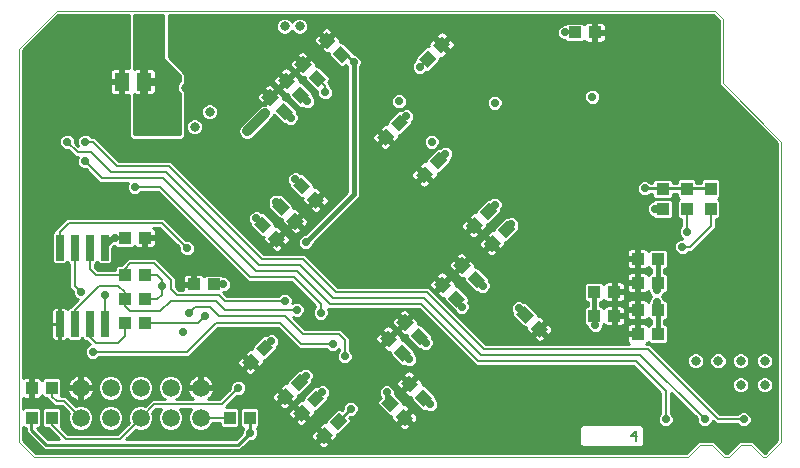
<source format=gbl>
G75*
%MOIN*%
%OFA0B0*%
%FSLAX25Y25*%
%IPPOS*%
%LPD*%
%AMOC8*
5,1,8,0,0,1.08239X$1,22.5*
%
%ADD10C,0.00000*%
%ADD11C,0.00800*%
%ADD12R,0.05118X0.05906*%
%ADD13R,0.04331X0.03937*%
%ADD14R,0.03937X0.04331*%
%ADD15C,0.05937*%
%ADD16R,0.02500X0.08500*%
%ADD17C,0.01000*%
%ADD18C,0.02775*%
%ADD19C,0.03169*%
%ADD20C,0.03200*%
%ADD21C,0.01200*%
%ADD22C,0.01600*%
%ADD23C,0.21654*%
%ADD24C,0.03562*%
D10*
X0009500Y0011000D02*
X0227500Y0011000D01*
X0231500Y0015000D01*
X0235500Y0015000D01*
X0239500Y0011000D01*
X0241000Y0011000D01*
X0245000Y0015000D01*
X0248500Y0015000D01*
X0252500Y0011000D01*
X0253500Y0011000D01*
X0258500Y0016000D01*
X0258500Y0116000D01*
X0239000Y0135500D01*
X0239000Y0157000D01*
X0236500Y0159500D01*
X0017000Y0159500D01*
X0004500Y0147000D01*
X0004500Y0016000D01*
X0009500Y0011000D01*
D11*
X0020000Y0017000D02*
X0038000Y0017000D01*
X0045000Y0024000D01*
X0049500Y0028500D01*
X0072000Y0028500D01*
X0077500Y0034000D01*
X0074654Y0024000D02*
X0065000Y0024000D01*
X0060500Y0046000D02*
X0029000Y0046000D01*
X0030000Y0049000D02*
X0037500Y0049000D01*
X0039654Y0051154D01*
X0039654Y0055500D01*
X0041500Y0059500D02*
X0039654Y0061346D01*
X0039654Y0063500D01*
X0039654Y0065846D01*
X0037500Y0068000D01*
X0031000Y0068000D01*
X0023000Y0060000D01*
X0023000Y0055300D01*
X0028000Y0055300D02*
X0028000Y0051000D01*
X0030000Y0049000D01*
X0033000Y0055300D02*
X0033000Y0065000D01*
X0025000Y0066000D02*
X0023000Y0068000D01*
X0023000Y0080700D01*
X0018000Y0080700D02*
X0018000Y0086000D01*
X0021000Y0089000D01*
X0052000Y0089000D01*
X0060500Y0080500D01*
X0055000Y0070000D02*
X0049500Y0075500D01*
X0041500Y0075500D01*
X0039654Y0073654D01*
X0039654Y0071500D01*
X0030000Y0071500D01*
X0028000Y0073500D01*
X0028000Y0080700D01*
X0046346Y0071500D02*
X0050500Y0071500D01*
X0052000Y0070000D01*
X0052000Y0068000D01*
X0052000Y0065000D01*
X0050500Y0063500D01*
X0046346Y0063500D01*
X0041500Y0059500D02*
X0051500Y0059500D01*
X0055000Y0063000D01*
X0070000Y0063000D01*
X0073000Y0060000D01*
X0097000Y0060000D01*
X0093000Y0058000D02*
X0099000Y0052000D01*
X0111000Y0052000D01*
X0113000Y0050000D01*
X0113000Y0044500D01*
X0109000Y0048500D02*
X0098500Y0048500D01*
X0091500Y0055500D01*
X0070000Y0055500D01*
X0060500Y0046000D01*
X0064000Y0055500D02*
X0046346Y0055500D01*
X0057000Y0065000D02*
X0071000Y0065000D01*
X0073000Y0063000D01*
X0093000Y0063000D01*
X0093000Y0058000D02*
X0071000Y0058000D01*
X0068000Y0061000D01*
X0063000Y0061000D01*
X0061000Y0059000D01*
X0064000Y0055500D02*
X0066500Y0058000D01*
X0057000Y0065000D02*
X0055000Y0067000D01*
X0055000Y0070000D01*
X0081500Y0071000D02*
X0096000Y0071000D01*
X0105000Y0062000D01*
X0105000Y0059000D01*
X0108000Y0062000D02*
X0138500Y0062000D01*
X0157500Y0043000D01*
X0210000Y0043000D01*
X0220000Y0033000D01*
X0220000Y0023500D01*
X0210001Y0019603D02*
X0210001Y0016400D01*
X0210535Y0018001D02*
X0208400Y0018001D01*
X0210001Y0019603D01*
X0233000Y0023500D02*
X0211500Y0045000D01*
X0158500Y0045000D01*
X0139500Y0064000D01*
X0109000Y0064000D01*
X0098000Y0075000D01*
X0084500Y0075000D01*
X0053500Y0106000D01*
X0035000Y0106000D01*
X0028500Y0112500D01*
X0024000Y0112500D01*
X0020500Y0116000D01*
X0026500Y0116000D02*
X0029000Y0116000D01*
X0037000Y0108000D01*
X0054500Y0108000D01*
X0085500Y0077000D01*
X0099000Y0077000D01*
X0110000Y0066000D01*
X0140500Y0066000D01*
X0159500Y0047000D01*
X0214000Y0047000D01*
X0237500Y0023500D01*
X0246000Y0023500D01*
X0228000Y0081000D02*
X0225500Y0081000D01*
X0228000Y0081000D02*
X0235000Y0088000D01*
X0235000Y0093654D01*
X0227000Y0093654D02*
X0227000Y0086000D01*
X0219000Y0093654D02*
X0216654Y0093654D01*
X0216358Y0093654D01*
X0108000Y0062000D02*
X0097000Y0073000D01*
X0083500Y0073000D01*
X0052500Y0104000D01*
X0032000Y0104000D01*
X0026500Y0109500D01*
X0043000Y0101000D02*
X0051500Y0101000D01*
X0081500Y0071000D01*
X0091734Y0094366D02*
X0090000Y0096000D01*
X0106500Y0132500D02*
X0106500Y0134500D01*
X0103866Y0137134D01*
X0015346Y0034000D02*
X0015500Y0033846D01*
X0015500Y0031000D01*
X0017000Y0029500D01*
X0019500Y0029500D01*
X0025000Y0024000D01*
X0020000Y0017000D02*
X0015346Y0021654D01*
X0015346Y0024000D01*
D12*
X0038760Y0136000D03*
X0046240Y0136000D03*
D13*
G36*
X0087995Y0133788D02*
X0091056Y0130727D01*
X0088273Y0127944D01*
X0085212Y0131005D01*
X0087995Y0133788D01*
G37*
G36*
X0093495Y0139288D02*
X0096556Y0136227D01*
X0093773Y0133444D01*
X0090712Y0136505D01*
X0093495Y0139288D01*
G37*
G36*
X0098995Y0144788D02*
X0102056Y0141727D01*
X0099273Y0138944D01*
X0096212Y0142005D01*
X0098995Y0144788D01*
G37*
G36*
X0107030Y0152753D02*
X0110091Y0149692D01*
X0107308Y0146909D01*
X0104247Y0149970D01*
X0107030Y0152753D01*
G37*
G36*
X0111763Y0148020D02*
X0114824Y0144959D01*
X0112041Y0142176D01*
X0108980Y0145237D01*
X0111763Y0148020D01*
G37*
G36*
X0103727Y0140056D02*
X0106788Y0136995D01*
X0104005Y0134212D01*
X0100944Y0137273D01*
X0103727Y0140056D01*
G37*
G36*
X0098227Y0134556D02*
X0101288Y0131495D01*
X0098505Y0128712D01*
X0095444Y0131773D01*
X0098227Y0134556D01*
G37*
G36*
X0092727Y0129056D02*
X0095788Y0125995D01*
X0093005Y0123212D01*
X0089944Y0126273D01*
X0092727Y0129056D01*
G37*
G36*
X0123712Y0117495D02*
X0126773Y0120556D01*
X0129556Y0117773D01*
X0126495Y0114712D01*
X0123712Y0117495D01*
G37*
G36*
X0128444Y0122227D02*
X0131505Y0125288D01*
X0134288Y0122505D01*
X0131227Y0119444D01*
X0128444Y0122227D01*
G37*
G36*
X0141444Y0109727D02*
X0144505Y0112788D01*
X0147288Y0110005D01*
X0144227Y0106944D01*
X0141444Y0109727D01*
G37*
G36*
X0136712Y0104995D02*
X0139773Y0108056D01*
X0142556Y0105273D01*
X0139495Y0102212D01*
X0136712Y0104995D01*
G37*
G36*
X0157944Y0092727D02*
X0161005Y0095788D01*
X0163788Y0093005D01*
X0160727Y0089944D01*
X0157944Y0092727D01*
G37*
G36*
X0153212Y0087995D02*
X0156273Y0091056D01*
X0159056Y0088273D01*
X0155995Y0085212D01*
X0153212Y0087995D01*
G37*
G36*
X0159212Y0081995D02*
X0162273Y0085056D01*
X0165056Y0082273D01*
X0161995Y0079212D01*
X0159212Y0081995D01*
G37*
G36*
X0163944Y0086727D02*
X0167005Y0089788D01*
X0169788Y0087005D01*
X0166727Y0083944D01*
X0163944Y0086727D01*
G37*
G36*
X0151995Y0077788D02*
X0155056Y0074727D01*
X0152273Y0071944D01*
X0149212Y0075005D01*
X0151995Y0077788D01*
G37*
G36*
X0156727Y0073056D02*
X0159788Y0069995D01*
X0157005Y0067212D01*
X0153944Y0070273D01*
X0156727Y0073056D01*
G37*
G36*
X0145495Y0071288D02*
X0148556Y0068227D01*
X0145773Y0065444D01*
X0142712Y0068505D01*
X0145495Y0071288D01*
G37*
G36*
X0150227Y0066556D02*
X0153288Y0063495D01*
X0150505Y0060712D01*
X0147444Y0063773D01*
X0150227Y0066556D01*
G37*
G36*
X0132995Y0058788D02*
X0136056Y0055727D01*
X0133273Y0052944D01*
X0130212Y0056005D01*
X0132995Y0058788D01*
G37*
G36*
X0137727Y0054056D02*
X0140788Y0050995D01*
X0138005Y0048212D01*
X0134944Y0051273D01*
X0137727Y0054056D01*
G37*
G36*
X0127495Y0053288D02*
X0130556Y0050227D01*
X0127773Y0047444D01*
X0124712Y0050505D01*
X0127495Y0053288D01*
G37*
G36*
X0132227Y0048556D02*
X0135288Y0045495D01*
X0132505Y0042712D01*
X0129444Y0045773D01*
X0132227Y0048556D01*
G37*
G36*
X0134495Y0038288D02*
X0137556Y0035227D01*
X0134773Y0032444D01*
X0131712Y0035505D01*
X0134495Y0038288D01*
G37*
G36*
X0139227Y0033556D02*
X0142288Y0030495D01*
X0139505Y0027712D01*
X0136444Y0030773D01*
X0139227Y0033556D01*
G37*
G36*
X0128273Y0025944D02*
X0125212Y0029005D01*
X0127995Y0031788D01*
X0131056Y0028727D01*
X0128273Y0025944D01*
G37*
G36*
X0133005Y0021212D02*
X0129944Y0024273D01*
X0132727Y0027056D01*
X0135788Y0023995D01*
X0133005Y0021212D01*
G37*
G36*
X0107944Y0022727D02*
X0111005Y0025788D01*
X0113788Y0023005D01*
X0110727Y0019944D01*
X0107944Y0022727D01*
G37*
G36*
X0103212Y0017995D02*
X0106273Y0021056D01*
X0109056Y0018273D01*
X0105995Y0015212D01*
X0103212Y0017995D01*
G37*
G36*
X0095712Y0025495D02*
X0098773Y0028556D01*
X0101556Y0025773D01*
X0098495Y0022712D01*
X0095712Y0025495D01*
G37*
G36*
X0100444Y0030227D02*
X0103505Y0033288D01*
X0106288Y0030505D01*
X0103227Y0027444D01*
X0100444Y0030227D01*
G37*
G36*
X0090212Y0030995D02*
X0093273Y0034056D01*
X0096056Y0031273D01*
X0092995Y0028212D01*
X0090212Y0030995D01*
G37*
G36*
X0094944Y0035727D02*
X0098005Y0038788D01*
X0100788Y0036005D01*
X0097727Y0032944D01*
X0094944Y0035727D01*
G37*
G36*
X0078712Y0042495D02*
X0081773Y0045556D01*
X0084556Y0042773D01*
X0081495Y0039712D01*
X0078712Y0042495D01*
G37*
G36*
X0083444Y0047227D02*
X0086505Y0050288D01*
X0089288Y0047505D01*
X0086227Y0044444D01*
X0083444Y0047227D01*
G37*
X0069346Y0068500D03*
X0062654Y0068500D03*
X0046346Y0084000D03*
X0039654Y0084000D03*
G36*
X0085773Y0085444D02*
X0082712Y0088505D01*
X0085495Y0091288D01*
X0088556Y0088227D01*
X0085773Y0085444D01*
G37*
G36*
X0090505Y0080712D02*
X0087444Y0083773D01*
X0090227Y0086556D01*
X0093288Y0083495D01*
X0090505Y0080712D01*
G37*
G36*
X0096605Y0086712D02*
X0093544Y0089773D01*
X0096327Y0092556D01*
X0099388Y0089495D01*
X0096605Y0086712D01*
G37*
G36*
X0091873Y0091444D02*
X0088812Y0094505D01*
X0091595Y0097288D01*
X0094656Y0094227D01*
X0091873Y0091444D01*
G37*
G36*
X0103505Y0093712D02*
X0100444Y0096773D01*
X0103227Y0099556D01*
X0106288Y0096495D01*
X0103505Y0093712D01*
G37*
G36*
X0098773Y0098444D02*
X0095712Y0101505D01*
X0098495Y0104288D01*
X0101556Y0101227D01*
X0098773Y0098444D01*
G37*
G36*
X0143556Y0143773D02*
X0140495Y0140712D01*
X0137712Y0143495D01*
X0140773Y0146556D01*
X0143556Y0143773D01*
G37*
G36*
X0148288Y0148505D02*
X0145227Y0145444D01*
X0142444Y0148227D01*
X0145505Y0151288D01*
X0148288Y0148505D01*
G37*
X0189654Y0152500D03*
X0196346Y0152500D03*
X0219000Y0100346D03*
X0219000Y0093654D03*
X0217346Y0077000D03*
X0210654Y0077000D03*
X0210654Y0069000D03*
X0217346Y0069000D03*
X0217346Y0060000D03*
X0210654Y0060000D03*
X0202846Y0058000D03*
X0196154Y0058000D03*
X0196154Y0066000D03*
X0202846Y0066000D03*
X0210654Y0052000D03*
X0217346Y0052000D03*
G36*
X0178005Y0050712D02*
X0174944Y0053773D01*
X0177727Y0056556D01*
X0180788Y0053495D01*
X0178005Y0050712D01*
G37*
G36*
X0173273Y0055444D02*
X0170212Y0058505D01*
X0172995Y0061288D01*
X0176056Y0058227D01*
X0173273Y0055444D01*
G37*
D14*
X0227000Y0093654D03*
X0235000Y0093654D03*
X0235000Y0100346D03*
X0227000Y0100346D03*
X0081346Y0024000D03*
X0074654Y0024000D03*
X0046346Y0055500D03*
X0039654Y0055500D03*
X0039654Y0063500D03*
X0046346Y0063500D03*
X0046346Y0071500D03*
X0039654Y0071500D03*
X0015346Y0034000D03*
X0008654Y0034000D03*
X0008654Y0024000D03*
X0015346Y0024000D03*
D15*
X0025000Y0024000D03*
X0035000Y0024000D03*
X0045000Y0024000D03*
X0055000Y0024000D03*
X0065000Y0024000D03*
X0065000Y0034000D03*
X0055000Y0034000D03*
X0045000Y0034000D03*
X0035000Y0034000D03*
X0025000Y0034000D03*
D16*
X0023000Y0055300D03*
X0018000Y0055300D03*
X0028000Y0055300D03*
X0033000Y0055300D03*
X0033000Y0080700D03*
X0028000Y0080700D03*
X0023000Y0080700D03*
X0018000Y0080700D03*
D17*
X0015463Y0080896D02*
X0005787Y0080896D01*
X0005787Y0081894D02*
X0015463Y0081894D01*
X0015463Y0082893D02*
X0005787Y0082893D01*
X0005787Y0083891D02*
X0015463Y0083891D01*
X0015463Y0084890D02*
X0005787Y0084890D01*
X0005787Y0085888D02*
X0015868Y0085888D01*
X0016217Y0086237D02*
X0015463Y0085483D01*
X0015463Y0075917D01*
X0016217Y0075163D01*
X0019783Y0075163D01*
X0020500Y0075879D01*
X0021217Y0075163D01*
X0021313Y0075163D01*
X0021313Y0067301D01*
X0022325Y0066288D01*
X0022325Y0065468D01*
X0022732Y0064485D01*
X0023485Y0063732D01*
X0024094Y0063480D01*
X0022301Y0061687D01*
X0021451Y0060837D01*
X0021217Y0060837D01*
X0020597Y0060217D01*
X0020450Y0060471D01*
X0020171Y0060750D01*
X0019829Y0060948D01*
X0019447Y0061050D01*
X0018125Y0061050D01*
X0018125Y0055425D01*
X0017875Y0055425D01*
X0017875Y0061050D01*
X0016553Y0061050D01*
X0016171Y0060948D01*
X0015829Y0060750D01*
X0015550Y0060471D01*
X0015352Y0060129D01*
X0015250Y0059747D01*
X0015250Y0055425D01*
X0017875Y0055425D01*
X0017875Y0055175D01*
X0018125Y0055175D01*
X0018125Y0049550D01*
X0019447Y0049550D01*
X0019829Y0049652D01*
X0020171Y0049850D01*
X0020450Y0050129D01*
X0020597Y0050383D01*
X0021217Y0049763D01*
X0024783Y0049763D01*
X0025500Y0050479D01*
X0026217Y0049763D01*
X0026851Y0049763D01*
X0027301Y0049313D01*
X0028094Y0048520D01*
X0027485Y0048268D01*
X0026732Y0047515D01*
X0026325Y0046532D01*
X0026325Y0045468D01*
X0026732Y0044485D01*
X0027485Y0043732D01*
X0028468Y0043325D01*
X0029532Y0043325D01*
X0030515Y0043732D01*
X0031095Y0044313D01*
X0061199Y0044313D01*
X0062187Y0045301D01*
X0070699Y0053813D01*
X0090801Y0053813D01*
X0096813Y0047801D01*
X0097801Y0046813D01*
X0106905Y0046813D01*
X0107485Y0046232D01*
X0108468Y0045825D01*
X0109532Y0045825D01*
X0110515Y0046232D01*
X0111268Y0046985D01*
X0111313Y0047094D01*
X0111313Y0046595D01*
X0110732Y0046015D01*
X0110325Y0045032D01*
X0110325Y0043968D01*
X0110732Y0042985D01*
X0111485Y0042232D01*
X0112468Y0041825D01*
X0113532Y0041825D01*
X0114515Y0042232D01*
X0115268Y0042985D01*
X0115675Y0043968D01*
X0115675Y0045032D01*
X0115268Y0046015D01*
X0114687Y0046595D01*
X0114687Y0050699D01*
X0111699Y0053687D01*
X0099699Y0053687D01*
X0095773Y0057613D01*
X0096468Y0057325D01*
X0097532Y0057325D01*
X0098515Y0057732D01*
X0099268Y0058485D01*
X0099675Y0059468D01*
X0099675Y0060532D01*
X0099268Y0061515D01*
X0098515Y0062268D01*
X0097532Y0062675D01*
X0096468Y0062675D01*
X0095614Y0062321D01*
X0095675Y0062468D01*
X0095675Y0063532D01*
X0095268Y0064515D01*
X0094515Y0065268D01*
X0093532Y0065675D01*
X0092468Y0065675D01*
X0091485Y0065268D01*
X0090905Y0064687D01*
X0073699Y0064687D01*
X0072594Y0065793D01*
X0072626Y0065825D01*
X0073032Y0065825D01*
X0074015Y0066232D01*
X0074768Y0066985D01*
X0075175Y0067968D01*
X0075175Y0069032D01*
X0074768Y0070015D01*
X0074015Y0070768D01*
X0073032Y0071175D01*
X0072626Y0071175D01*
X0072045Y0071756D01*
X0066648Y0071756D01*
X0066115Y0071223D01*
X0066019Y0071390D01*
X0065740Y0071669D01*
X0065398Y0071866D01*
X0065016Y0071968D01*
X0063138Y0071968D01*
X0063138Y0068984D01*
X0062169Y0068984D01*
X0062169Y0068016D01*
X0058988Y0068016D01*
X0058988Y0066687D01*
X0057699Y0066687D01*
X0056687Y0067699D01*
X0056687Y0070699D01*
X0051187Y0076199D01*
X0050199Y0077187D01*
X0040801Y0077187D01*
X0038566Y0074953D01*
X0037152Y0074953D01*
X0036398Y0074199D01*
X0036398Y0073187D01*
X0030699Y0073187D01*
X0029687Y0074199D01*
X0029687Y0075163D01*
X0029783Y0075163D01*
X0030500Y0075879D01*
X0031217Y0075163D01*
X0034783Y0075163D01*
X0035537Y0075917D01*
X0035537Y0080710D01*
X0036153Y0081325D01*
X0036374Y0081325D01*
X0036955Y0080744D01*
X0042352Y0080744D01*
X0042885Y0081277D01*
X0042981Y0081110D01*
X0043260Y0080831D01*
X0043602Y0080634D01*
X0043984Y0080531D01*
X0045862Y0080531D01*
X0045862Y0083516D01*
X0046831Y0083516D01*
X0046831Y0084484D01*
X0050012Y0084484D01*
X0050012Y0086166D01*
X0049910Y0086547D01*
X0049712Y0086890D01*
X0049433Y0087169D01*
X0049184Y0087313D01*
X0051301Y0087313D01*
X0057825Y0080788D01*
X0057825Y0079968D01*
X0058232Y0078985D01*
X0058985Y0078232D01*
X0059968Y0077825D01*
X0061032Y0077825D01*
X0062015Y0078232D01*
X0062768Y0078985D01*
X0063175Y0079968D01*
X0063175Y0081032D01*
X0062768Y0082015D01*
X0062015Y0082768D01*
X0061032Y0083175D01*
X0060212Y0083175D01*
X0052699Y0090687D01*
X0020301Y0090687D01*
X0019313Y0089699D01*
X0017301Y0087687D01*
X0016313Y0086699D01*
X0016313Y0086237D01*
X0016217Y0086237D01*
X0016501Y0086887D02*
X0005787Y0086887D01*
X0005787Y0087885D02*
X0017499Y0087885D01*
X0018498Y0088884D02*
X0005787Y0088884D01*
X0005787Y0089882D02*
X0019496Y0089882D01*
X0005787Y0090881D02*
X0059233Y0090881D01*
X0060231Y0089882D02*
X0053504Y0089882D01*
X0054502Y0088884D02*
X0061230Y0088884D01*
X0062228Y0087885D02*
X0055501Y0087885D01*
X0056499Y0086887D02*
X0063227Y0086887D01*
X0064225Y0085888D02*
X0057498Y0085888D01*
X0058496Y0084890D02*
X0065224Y0084890D01*
X0066222Y0083891D02*
X0059495Y0083891D01*
X0061713Y0082893D02*
X0067221Y0082893D01*
X0068219Y0081894D02*
X0062818Y0081894D01*
X0063175Y0080896D02*
X0069218Y0080896D01*
X0070216Y0079897D02*
X0063146Y0079897D01*
X0062682Y0078899D02*
X0071215Y0078899D01*
X0072213Y0077900D02*
X0061213Y0077900D01*
X0059787Y0077900D02*
X0035537Y0077900D01*
X0035537Y0076902D02*
X0040515Y0076902D01*
X0039517Y0075903D02*
X0035524Y0075903D01*
X0037104Y0074905D02*
X0029687Y0074905D01*
X0029980Y0073906D02*
X0036398Y0073906D01*
X0035537Y0078899D02*
X0058318Y0078899D01*
X0057854Y0079897D02*
X0035537Y0079897D01*
X0035724Y0080896D02*
X0036803Y0080896D01*
X0036300Y0084000D02*
X0033000Y0080700D01*
X0033000Y0082100D01*
X0034900Y0084000D01*
X0036500Y0084000D01*
X0036300Y0084000D01*
X0036500Y0084000D02*
X0039654Y0084000D01*
X0034900Y0084000D02*
X0033000Y0084000D01*
X0033000Y0080700D01*
X0042504Y0080896D02*
X0043195Y0080896D01*
X0045862Y0080896D02*
X0046831Y0080896D01*
X0046831Y0080531D02*
X0048709Y0080531D01*
X0049091Y0080634D01*
X0049433Y0080831D01*
X0049712Y0081110D01*
X0049910Y0081453D01*
X0050012Y0081834D01*
X0050012Y0083516D01*
X0046831Y0083516D01*
X0046831Y0080531D01*
X0046831Y0081894D02*
X0045862Y0081894D01*
X0045862Y0082893D02*
X0046831Y0082893D01*
X0046831Y0083891D02*
X0054722Y0083891D01*
X0055721Y0082893D02*
X0050012Y0082893D01*
X0050012Y0081894D02*
X0056719Y0081894D01*
X0057718Y0080896D02*
X0049497Y0080896D01*
X0050485Y0076902D02*
X0073212Y0076902D01*
X0074210Y0075903D02*
X0051483Y0075903D01*
X0052482Y0074905D02*
X0075209Y0074905D01*
X0076207Y0073906D02*
X0053480Y0073906D01*
X0054479Y0072908D02*
X0077206Y0072908D01*
X0078204Y0071909D02*
X0065238Y0071909D01*
X0063138Y0071909D02*
X0062169Y0071909D01*
X0062169Y0071968D02*
X0060291Y0071968D01*
X0059909Y0071866D01*
X0059567Y0071669D01*
X0059288Y0071390D01*
X0059090Y0071047D01*
X0058988Y0070666D01*
X0058988Y0068984D01*
X0062169Y0068984D01*
X0062169Y0071968D01*
X0062169Y0070911D02*
X0063138Y0070911D01*
X0063138Y0069912D02*
X0062169Y0069912D01*
X0062169Y0068914D02*
X0056687Y0068914D01*
X0056687Y0069912D02*
X0058988Y0069912D01*
X0059054Y0070911D02*
X0056476Y0070911D01*
X0055477Y0071909D02*
X0060069Y0071909D01*
X0058988Y0067915D02*
X0056687Y0067915D01*
X0057470Y0066917D02*
X0058988Y0066917D01*
X0069346Y0068500D02*
X0072500Y0068500D01*
X0073670Y0070911D02*
X0079203Y0070911D01*
X0079813Y0070301D02*
X0080801Y0069313D01*
X0095301Y0069313D01*
X0103313Y0061301D01*
X0103313Y0061095D01*
X0102732Y0060515D01*
X0102325Y0059532D01*
X0102325Y0058468D01*
X0102732Y0057485D01*
X0103485Y0056732D01*
X0104468Y0056325D01*
X0105532Y0056325D01*
X0106515Y0056732D01*
X0107268Y0057485D01*
X0107675Y0058468D01*
X0107675Y0059532D01*
X0107351Y0060313D01*
X0137801Y0060313D01*
X0155813Y0042301D01*
X0156801Y0041313D01*
X0209301Y0041313D01*
X0218313Y0032301D01*
X0218313Y0025595D01*
X0217732Y0025015D01*
X0217325Y0024032D01*
X0217325Y0022968D01*
X0217732Y0021985D01*
X0218485Y0021232D01*
X0219468Y0020825D01*
X0220532Y0020825D01*
X0221515Y0021232D01*
X0222268Y0021985D01*
X0222675Y0022968D01*
X0222675Y0024032D01*
X0222268Y0025015D01*
X0221687Y0025595D01*
X0221687Y0032426D01*
X0230325Y0023788D01*
X0230325Y0022968D01*
X0230732Y0021985D01*
X0231485Y0021232D01*
X0232468Y0020825D01*
X0233532Y0020825D01*
X0234515Y0021232D01*
X0235268Y0021985D01*
X0235666Y0022947D01*
X0236801Y0021813D01*
X0243905Y0021813D01*
X0244485Y0021232D01*
X0245468Y0020825D01*
X0246532Y0020825D01*
X0247515Y0021232D01*
X0248268Y0021985D01*
X0248675Y0022968D01*
X0248675Y0024032D01*
X0248268Y0025015D01*
X0247515Y0025768D01*
X0246532Y0026175D01*
X0245468Y0026175D01*
X0244485Y0025768D01*
X0243905Y0025187D01*
X0238199Y0025187D01*
X0215687Y0047699D01*
X0214699Y0048687D01*
X0213491Y0048687D01*
X0213740Y0048831D01*
X0214019Y0049110D01*
X0214115Y0049277D01*
X0214648Y0048744D01*
X0220045Y0048744D01*
X0220799Y0049498D01*
X0220799Y0054502D01*
X0220045Y0055256D01*
X0219434Y0055256D01*
X0219434Y0056744D01*
X0220045Y0056744D01*
X0220799Y0057498D01*
X0220799Y0062502D01*
X0220045Y0063256D01*
X0219582Y0063256D01*
X0219268Y0064015D01*
X0218783Y0064500D01*
X0219268Y0064985D01*
X0219582Y0065744D01*
X0220045Y0065744D01*
X0220799Y0066498D01*
X0220799Y0071502D01*
X0220045Y0072256D01*
X0219434Y0072256D01*
X0219434Y0073744D01*
X0220045Y0073744D01*
X0220799Y0074498D01*
X0220799Y0079502D01*
X0220045Y0080256D01*
X0214648Y0080256D01*
X0214115Y0079723D01*
X0214019Y0079890D01*
X0213740Y0080169D01*
X0213398Y0080366D01*
X0213016Y0080468D01*
X0211138Y0080468D01*
X0211138Y0077484D01*
X0210169Y0077484D01*
X0210169Y0076516D01*
X0206988Y0076516D01*
X0206988Y0074834D01*
X0207090Y0074453D01*
X0207288Y0074110D01*
X0207567Y0073831D01*
X0207909Y0073634D01*
X0208291Y0073531D01*
X0210169Y0073531D01*
X0210169Y0076516D01*
X0211138Y0076516D01*
X0211138Y0073531D01*
X0213016Y0073531D01*
X0213398Y0073634D01*
X0213740Y0073831D01*
X0214019Y0074110D01*
X0214115Y0074277D01*
X0214648Y0073744D01*
X0215259Y0073744D01*
X0215259Y0072256D01*
X0214648Y0072256D01*
X0214115Y0071723D01*
X0214019Y0071890D01*
X0213740Y0072169D01*
X0213398Y0072366D01*
X0213016Y0072468D01*
X0211138Y0072468D01*
X0211138Y0069484D01*
X0210169Y0069484D01*
X0210169Y0068516D01*
X0206988Y0068516D01*
X0206988Y0066834D01*
X0207090Y0066453D01*
X0207288Y0066110D01*
X0207567Y0065831D01*
X0207909Y0065634D01*
X0208291Y0065531D01*
X0210169Y0065531D01*
X0210169Y0068516D01*
X0211138Y0068516D01*
X0211138Y0065531D01*
X0213016Y0065531D01*
X0213398Y0065634D01*
X0213740Y0065831D01*
X0214019Y0066110D01*
X0214115Y0066277D01*
X0214325Y0066067D01*
X0214325Y0065968D01*
X0214732Y0064985D01*
X0215217Y0064500D01*
X0214732Y0064015D01*
X0214325Y0063032D01*
X0214325Y0062933D01*
X0214115Y0062723D01*
X0214019Y0062890D01*
X0213740Y0063169D01*
X0213398Y0063366D01*
X0213016Y0063468D01*
X0211138Y0063468D01*
X0211138Y0060484D01*
X0210169Y0060484D01*
X0210169Y0059516D01*
X0206988Y0059516D01*
X0206988Y0057834D01*
X0207090Y0057453D01*
X0207288Y0057110D01*
X0207567Y0056831D01*
X0207909Y0056634D01*
X0208291Y0056531D01*
X0210169Y0056531D01*
X0210169Y0059516D01*
X0211138Y0059516D01*
X0211138Y0056531D01*
X0213016Y0056531D01*
X0213398Y0056634D01*
X0213740Y0056831D01*
X0214019Y0057110D01*
X0214115Y0057277D01*
X0214648Y0056744D01*
X0215259Y0056744D01*
X0215259Y0055256D01*
X0214648Y0055256D01*
X0214115Y0054723D01*
X0214019Y0054890D01*
X0213740Y0055169D01*
X0213398Y0055366D01*
X0213016Y0055468D01*
X0211138Y0055468D01*
X0211138Y0052484D01*
X0210169Y0052484D01*
X0210169Y0051516D01*
X0206988Y0051516D01*
X0206988Y0049834D01*
X0207090Y0049453D01*
X0207288Y0049110D01*
X0207567Y0048831D01*
X0207816Y0048687D01*
X0160199Y0048687D01*
X0142187Y0066699D01*
X0141199Y0067687D01*
X0110699Y0067687D01*
X0100687Y0077699D01*
X0099699Y0078687D01*
X0086199Y0078687D01*
X0055199Y0109687D01*
X0037699Y0109687D01*
X0030687Y0116699D01*
X0029699Y0117687D01*
X0028595Y0117687D01*
X0028015Y0118268D01*
X0027032Y0118675D01*
X0025968Y0118675D01*
X0024985Y0118268D01*
X0024232Y0117515D01*
X0023825Y0116532D01*
X0023825Y0115468D01*
X0024113Y0114773D01*
X0023175Y0115712D01*
X0023175Y0116532D01*
X0022768Y0117515D01*
X0022015Y0118268D01*
X0021032Y0118675D01*
X0019968Y0118675D01*
X0018985Y0118268D01*
X0018232Y0117515D01*
X0017825Y0116532D01*
X0017825Y0115468D01*
X0018232Y0114485D01*
X0018985Y0113732D01*
X0019968Y0113325D01*
X0020788Y0113325D01*
X0022313Y0111801D01*
X0023301Y0110813D01*
X0024149Y0110813D01*
X0023825Y0110032D01*
X0023825Y0108968D01*
X0024232Y0107985D01*
X0024985Y0107232D01*
X0025968Y0106825D01*
X0026788Y0106825D01*
X0031301Y0102313D01*
X0040649Y0102313D01*
X0040325Y0101532D01*
X0040325Y0100468D01*
X0040732Y0099485D01*
X0041485Y0098732D01*
X0042468Y0098325D01*
X0043532Y0098325D01*
X0044515Y0098732D01*
X0045095Y0099313D01*
X0050801Y0099313D01*
X0079813Y0070301D01*
X0080201Y0069912D02*
X0074810Y0069912D01*
X0075175Y0068914D02*
X0095700Y0068914D01*
X0096698Y0067915D02*
X0075153Y0067915D01*
X0074699Y0066917D02*
X0097697Y0066917D01*
X0098696Y0065918D02*
X0073256Y0065918D01*
X0073467Y0064920D02*
X0091137Y0064920D01*
X0094863Y0064920D02*
X0099694Y0064920D01*
X0100693Y0063921D02*
X0095514Y0063921D01*
X0095675Y0062923D02*
X0101691Y0062923D01*
X0102690Y0061924D02*
X0098859Y0061924D01*
X0099512Y0060926D02*
X0103143Y0060926D01*
X0102489Y0059927D02*
X0099675Y0059927D01*
X0099451Y0058929D02*
X0102325Y0058929D01*
X0102548Y0057930D02*
X0098713Y0057930D01*
X0097453Y0055933D02*
X0128711Y0055933D01*
X0128711Y0055808D02*
X0128813Y0055427D01*
X0129010Y0055084D01*
X0130339Y0053756D01*
X0132449Y0055866D01*
X0133134Y0055181D01*
X0131024Y0053071D01*
X0132352Y0051743D01*
X0132694Y0051545D01*
X0133075Y0051443D01*
X0133470Y0051443D01*
X0133656Y0051493D01*
X0133656Y0050740D01*
X0137472Y0046923D01*
X0138294Y0046923D01*
X0138485Y0046732D01*
X0139468Y0046325D01*
X0140532Y0046325D01*
X0141515Y0046732D01*
X0142268Y0047485D01*
X0142675Y0048468D01*
X0142675Y0049532D01*
X0142268Y0050515D01*
X0142077Y0050706D01*
X0142077Y0051528D01*
X0138260Y0055344D01*
X0137507Y0055344D01*
X0137557Y0055530D01*
X0137557Y0055925D01*
X0137455Y0056306D01*
X0137257Y0056648D01*
X0135929Y0057976D01*
X0133819Y0055866D01*
X0133134Y0056551D01*
X0135244Y0058661D01*
X0133916Y0059990D01*
X0133573Y0060187D01*
X0133192Y0060289D01*
X0132797Y0060289D01*
X0132416Y0060187D01*
X0132073Y0059990D01*
X0130884Y0058801D01*
X0133134Y0056551D01*
X0132449Y0055866D01*
X0130199Y0058116D01*
X0129010Y0056927D01*
X0128813Y0056584D01*
X0128711Y0056203D01*
X0128711Y0055808D01*
X0129160Y0054934D02*
X0098452Y0054934D01*
X0099450Y0053936D02*
X0126020Y0053936D01*
X0126573Y0054490D02*
X0125384Y0053301D01*
X0127634Y0051051D01*
X0129744Y0053161D01*
X0128416Y0054490D01*
X0128073Y0054687D01*
X0127692Y0054789D01*
X0127297Y0054789D01*
X0126916Y0054687D01*
X0126573Y0054490D01*
X0125747Y0052937D02*
X0112449Y0052937D01*
X0113447Y0051939D02*
X0124023Y0051939D01*
X0123510Y0051427D02*
X0123313Y0051084D01*
X0123211Y0050703D01*
X0123211Y0050308D01*
X0123313Y0049927D01*
X0123510Y0049584D01*
X0124839Y0048256D01*
X0126949Y0050366D01*
X0127634Y0049681D01*
X0125524Y0047571D01*
X0126852Y0046243D01*
X0127194Y0046045D01*
X0127575Y0045943D01*
X0127970Y0045943D01*
X0128156Y0045993D01*
X0128156Y0045240D01*
X0131972Y0041423D01*
X0132794Y0041423D01*
X0132985Y0041232D01*
X0133968Y0040825D01*
X0135032Y0040825D01*
X0136015Y0041232D01*
X0136768Y0041985D01*
X0137175Y0042968D01*
X0137175Y0044032D01*
X0136768Y0045015D01*
X0136577Y0045206D01*
X0136577Y0046028D01*
X0132760Y0049844D01*
X0132007Y0049844D01*
X0132057Y0050030D01*
X0132057Y0050425D01*
X0131955Y0050806D01*
X0131757Y0051148D01*
X0130429Y0052476D01*
X0128319Y0050366D01*
X0127634Y0051051D01*
X0126949Y0050366D01*
X0124699Y0052616D01*
X0123510Y0051427D01*
X0123274Y0050940D02*
X0114446Y0050940D01*
X0114687Y0049942D02*
X0123309Y0049942D01*
X0124151Y0048943D02*
X0114687Y0048943D01*
X0114687Y0047945D02*
X0125897Y0047945D01*
X0126148Y0046946D02*
X0114687Y0046946D01*
X0115295Y0045948D02*
X0127558Y0045948D01*
X0127988Y0045948D02*
X0128156Y0045948D01*
X0128446Y0044949D02*
X0115675Y0044949D01*
X0115668Y0043951D02*
X0129445Y0043951D01*
X0130443Y0042952D02*
X0115235Y0042952D01*
X0113843Y0041954D02*
X0131442Y0041954D01*
X0133654Y0040955D02*
X0084861Y0040955D01*
X0084429Y0040524D02*
X0085757Y0041852D01*
X0085955Y0042194D01*
X0086057Y0042575D01*
X0086057Y0042970D01*
X0086007Y0043156D01*
X0086760Y0043156D01*
X0090577Y0046972D01*
X0090577Y0047794D01*
X0090768Y0047985D01*
X0091175Y0048968D01*
X0091175Y0050032D01*
X0090768Y0051015D01*
X0090015Y0051768D01*
X0089032Y0052175D01*
X0087968Y0052175D01*
X0086985Y0051768D01*
X0086794Y0051577D01*
X0085972Y0051577D01*
X0082156Y0047760D01*
X0082156Y0047007D01*
X0081970Y0047057D01*
X0081575Y0047057D01*
X0081194Y0046955D01*
X0080852Y0046757D01*
X0079524Y0045429D01*
X0081634Y0043319D01*
X0080949Y0042634D01*
X0078839Y0044744D01*
X0077510Y0043416D01*
X0077313Y0043073D01*
X0077211Y0042692D01*
X0077211Y0042297D01*
X0077313Y0041916D01*
X0077510Y0041573D01*
X0078699Y0040384D01*
X0080949Y0042634D01*
X0081634Y0041949D01*
X0082319Y0042634D01*
X0084429Y0040524D01*
X0083997Y0040955D02*
X0082627Y0040955D01*
X0082998Y0041954D02*
X0081639Y0041954D01*
X0081634Y0041949D02*
X0083744Y0039839D01*
X0082416Y0038510D01*
X0082073Y0038313D01*
X0081692Y0038211D01*
X0081297Y0038211D01*
X0080916Y0038313D01*
X0080573Y0038510D01*
X0079384Y0039699D01*
X0081634Y0041949D01*
X0081629Y0041954D02*
X0080269Y0041954D01*
X0080630Y0042952D02*
X0081267Y0042952D01*
X0081001Y0043951D02*
X0079632Y0043951D01*
X0080003Y0044949D02*
X0061836Y0044949D01*
X0062834Y0045948D02*
X0080043Y0045948D01*
X0081180Y0046946D02*
X0063833Y0046946D01*
X0064831Y0047945D02*
X0082340Y0047945D01*
X0083339Y0048943D02*
X0065830Y0048943D01*
X0066828Y0049942D02*
X0084337Y0049942D01*
X0085336Y0050940D02*
X0067827Y0050940D01*
X0068825Y0051939D02*
X0087399Y0051939D01*
X0089601Y0051939D02*
X0092675Y0051939D01*
X0093673Y0050940D02*
X0090799Y0050940D01*
X0091175Y0049942D02*
X0094672Y0049942D01*
X0095670Y0048943D02*
X0091165Y0048943D01*
X0090728Y0047945D02*
X0096669Y0047945D01*
X0096813Y0047801D02*
X0096813Y0047801D01*
X0097667Y0046946D02*
X0090551Y0046946D01*
X0089552Y0045948D02*
X0108172Y0045948D01*
X0109828Y0045948D02*
X0110705Y0045948D01*
X0110325Y0044949D02*
X0088554Y0044949D01*
X0087555Y0043951D02*
X0110332Y0043951D01*
X0110765Y0042952D02*
X0086057Y0042952D01*
X0085816Y0041954D02*
X0112157Y0041954D01*
X0111313Y0046946D02*
X0111229Y0046946D01*
X0102268Y0039515D02*
X0101515Y0040268D01*
X0100532Y0040675D01*
X0099468Y0040675D01*
X0098485Y0040268D01*
X0098294Y0040077D01*
X0097472Y0040077D01*
X0093656Y0036260D01*
X0093656Y0035507D01*
X0093470Y0035557D01*
X0093075Y0035557D01*
X0092694Y0035455D01*
X0092352Y0035257D01*
X0091024Y0033929D01*
X0093134Y0031819D01*
X0092449Y0031134D01*
X0090339Y0033244D01*
X0089010Y0031916D01*
X0088813Y0031573D01*
X0088711Y0031192D01*
X0088711Y0030797D01*
X0088813Y0030416D01*
X0089010Y0030073D01*
X0090199Y0028884D01*
X0092449Y0031134D01*
X0093134Y0030449D01*
X0093819Y0031134D01*
X0095929Y0029024D01*
X0097257Y0030352D01*
X0097455Y0030694D01*
X0097557Y0031075D01*
X0097557Y0031470D01*
X0097507Y0031656D01*
X0098260Y0031656D01*
X0102077Y0035472D01*
X0102077Y0036294D01*
X0102268Y0036485D01*
X0102675Y0037468D01*
X0102675Y0038532D01*
X0102268Y0039515D01*
X0102498Y0038958D02*
X0133042Y0038958D01*
X0133573Y0039490D02*
X0132384Y0038301D01*
X0134634Y0036051D01*
X0136744Y0038161D01*
X0135416Y0039490D01*
X0135073Y0039687D01*
X0134692Y0039789D01*
X0134297Y0039789D01*
X0133916Y0039687D01*
X0133573Y0039490D01*
X0132725Y0037960D02*
X0102675Y0037960D01*
X0102465Y0036961D02*
X0131045Y0036961D01*
X0130510Y0036427D02*
X0130313Y0036084D01*
X0130211Y0035703D01*
X0130211Y0035308D01*
X0130313Y0034927D01*
X0130510Y0034584D01*
X0131839Y0033256D01*
X0133949Y0035366D01*
X0134634Y0034681D01*
X0132524Y0032571D01*
X0133852Y0031243D01*
X0134194Y0031045D01*
X0134575Y0030943D01*
X0134970Y0030943D01*
X0135156Y0030993D01*
X0135156Y0030240D01*
X0138972Y0026423D01*
X0139794Y0026423D01*
X0139985Y0026232D01*
X0140968Y0025825D01*
X0142032Y0025825D01*
X0143015Y0026232D01*
X0143768Y0026985D01*
X0144175Y0027968D01*
X0144175Y0029032D01*
X0143768Y0030015D01*
X0143577Y0030206D01*
X0143577Y0031028D01*
X0139760Y0034844D01*
X0139007Y0034844D01*
X0139057Y0035030D01*
X0139057Y0035425D01*
X0138955Y0035806D01*
X0138757Y0036148D01*
X0137429Y0037476D01*
X0135319Y0035366D01*
X0134634Y0036051D01*
X0133949Y0035366D01*
X0131699Y0037616D01*
X0130510Y0036427D01*
X0130280Y0035963D02*
X0102077Y0035963D01*
X0101569Y0034964D02*
X0104460Y0034964D01*
X0103985Y0034768D02*
X0103794Y0034577D01*
X0102972Y0034577D01*
X0099156Y0030760D01*
X0099156Y0030007D01*
X0098970Y0030057D01*
X0098575Y0030057D01*
X0098194Y0029955D01*
X0097852Y0029757D01*
X0096524Y0028429D01*
X0098634Y0026319D01*
X0097949Y0025634D01*
X0095839Y0027744D01*
X0094510Y0026416D01*
X0094313Y0026073D01*
X0094211Y0025692D01*
X0094211Y0025297D01*
X0094313Y0024916D01*
X0094510Y0024573D01*
X0095699Y0023384D01*
X0097949Y0025634D01*
X0098634Y0024949D01*
X0099319Y0025634D01*
X0101429Y0023524D01*
X0102757Y0024852D01*
X0102955Y0025194D01*
X0103057Y0025575D01*
X0103057Y0025970D01*
X0103007Y0026156D01*
X0103760Y0026156D01*
X0107577Y0029972D01*
X0107577Y0030794D01*
X0107768Y0030985D01*
X0108175Y0031968D01*
X0108175Y0033032D01*
X0107768Y0034015D01*
X0107015Y0034768D01*
X0106032Y0035175D01*
X0104968Y0035175D01*
X0103985Y0034768D01*
X0102361Y0033966D02*
X0100570Y0033966D01*
X0101363Y0032967D02*
X0099572Y0032967D01*
X0100364Y0031969D02*
X0098573Y0031969D01*
X0099366Y0030970D02*
X0097529Y0030970D01*
X0096877Y0029972D02*
X0098258Y0029972D01*
X0097068Y0028973D02*
X0094609Y0028973D01*
X0095244Y0028339D02*
X0093916Y0027010D01*
X0093573Y0026813D01*
X0093192Y0026711D01*
X0092797Y0026711D01*
X0092416Y0026813D01*
X0092073Y0027010D01*
X0090884Y0028199D01*
X0093134Y0030449D01*
X0095244Y0028339D01*
X0094880Y0027975D02*
X0096978Y0027975D01*
X0096606Y0026976D02*
X0097976Y0026976D01*
X0098293Y0025978D02*
X0097605Y0025978D01*
X0097294Y0024979D02*
X0098603Y0024979D01*
X0098634Y0024949D02*
X0096384Y0022699D01*
X0097573Y0021510D01*
X0097916Y0021313D01*
X0098297Y0021211D01*
X0098692Y0021211D01*
X0099073Y0021313D01*
X0099416Y0021510D01*
X0100744Y0022839D01*
X0098634Y0024949D01*
X0098664Y0024979D02*
X0099973Y0024979D01*
X0099602Y0023981D02*
X0100972Y0023981D01*
X0101886Y0023981D02*
X0107376Y0023981D01*
X0106656Y0023260D02*
X0106656Y0022507D01*
X0106470Y0022557D01*
X0106075Y0022557D01*
X0105694Y0022455D01*
X0105352Y0022257D01*
X0104024Y0020929D01*
X0106134Y0018819D01*
X0105449Y0018134D01*
X0103339Y0020244D01*
X0102010Y0018916D01*
X0101813Y0018573D01*
X0101711Y0018192D01*
X0101711Y0017797D01*
X0101813Y0017416D01*
X0102010Y0017073D01*
X0103199Y0015884D01*
X0105449Y0018134D01*
X0106134Y0017449D01*
X0106819Y0018134D01*
X0108929Y0016024D01*
X0110257Y0017352D01*
X0110455Y0017694D01*
X0110557Y0018075D01*
X0110557Y0018470D01*
X0110507Y0018656D01*
X0111260Y0018656D01*
X0115077Y0022472D01*
X0115077Y0023539D01*
X0114572Y0024044D01*
X0114853Y0024325D01*
X0115532Y0024325D01*
X0116515Y0024732D01*
X0117268Y0025485D01*
X0117675Y0026468D01*
X0117675Y0027532D01*
X0117268Y0028515D01*
X0116515Y0029268D01*
X0115532Y0029675D01*
X0114468Y0029675D01*
X0113485Y0029268D01*
X0112732Y0028515D01*
X0112325Y0027532D01*
X0112325Y0026853D01*
X0112044Y0026572D01*
X0111539Y0027077D01*
X0110472Y0027077D01*
X0106656Y0023260D01*
X0106656Y0022982D02*
X0100600Y0022982D01*
X0099889Y0021984D02*
X0105078Y0021984D01*
X0104080Y0020985D02*
X0084286Y0020985D01*
X0084602Y0021301D02*
X0083848Y0020547D01*
X0083735Y0020547D01*
X0083768Y0020515D01*
X0084175Y0019532D01*
X0084175Y0018468D01*
X0083768Y0017485D01*
X0083015Y0016732D01*
X0082032Y0016325D01*
X0081353Y0016325D01*
X0079287Y0014260D01*
X0078240Y0013213D01*
X0012760Y0013213D01*
X0011713Y0014260D01*
X0007760Y0018213D01*
X0006713Y0019260D01*
X0006713Y0020547D01*
X0006152Y0020547D01*
X0005787Y0020912D01*
X0005787Y0016533D01*
X0010033Y0012287D01*
X0226967Y0012287D01*
X0230967Y0016287D01*
X0236033Y0016287D01*
X0236787Y0015533D01*
X0240033Y0012287D01*
X0240467Y0012287D01*
X0244467Y0016287D01*
X0249033Y0016287D01*
X0249787Y0015533D01*
X0253000Y0012321D01*
X0257213Y0016533D01*
X0257213Y0115467D01*
X0237713Y0134967D01*
X0237713Y0156467D01*
X0235967Y0158213D01*
X0054387Y0158213D01*
X0054387Y0144282D01*
X0059887Y0138782D01*
X0059887Y0117718D01*
X0058782Y0116613D01*
X0042218Y0116613D01*
X0041113Y0117718D01*
X0041113Y0131547D01*
X0039260Y0131547D01*
X0039260Y0135500D01*
X0038260Y0135500D01*
X0038260Y0131547D01*
X0036003Y0131547D01*
X0035622Y0131649D01*
X0035280Y0131847D01*
X0035000Y0132126D01*
X0034803Y0132468D01*
X0034701Y0132850D01*
X0034701Y0135500D01*
X0038260Y0135500D01*
X0038260Y0136500D01*
X0038260Y0140453D01*
X0036003Y0140453D01*
X0035622Y0140351D01*
X0035280Y0140153D01*
X0035000Y0139874D01*
X0034803Y0139532D01*
X0034701Y0139150D01*
X0034701Y0136500D01*
X0038260Y0136500D01*
X0039260Y0136500D01*
X0039260Y0140453D01*
X0041113Y0140453D01*
X0041113Y0158213D01*
X0017533Y0158213D01*
X0005787Y0146467D01*
X0005787Y0037379D01*
X0006106Y0037563D01*
X0006488Y0037665D01*
X0008169Y0037665D01*
X0008169Y0034484D01*
X0009138Y0034484D01*
X0009138Y0037665D01*
X0010820Y0037665D01*
X0011201Y0037563D01*
X0011543Y0037366D01*
X0011822Y0037086D01*
X0012020Y0036744D01*
X0012091Y0036480D01*
X0012091Y0036699D01*
X0012845Y0037453D01*
X0017848Y0037453D01*
X0018602Y0036699D01*
X0018602Y0031301D01*
X0018488Y0031187D01*
X0020199Y0031187D01*
X0021187Y0030199D01*
X0023430Y0027956D01*
X0024153Y0028256D01*
X0025847Y0028256D01*
X0027411Y0027608D01*
X0028608Y0026411D01*
X0029256Y0024847D01*
X0029256Y0023153D01*
X0028608Y0021589D01*
X0027411Y0020392D01*
X0025847Y0019744D01*
X0024153Y0019744D01*
X0022589Y0020392D01*
X0021392Y0021589D01*
X0020744Y0023153D01*
X0020744Y0024847D01*
X0021044Y0025570D01*
X0018801Y0027813D01*
X0016301Y0027813D01*
X0014801Y0029313D01*
X0013813Y0030301D01*
X0013813Y0030547D01*
X0012845Y0030547D01*
X0012091Y0031301D01*
X0012091Y0031520D01*
X0012020Y0031256D01*
X0011822Y0030914D01*
X0011543Y0030634D01*
X0011201Y0030437D01*
X0010820Y0030335D01*
X0009138Y0030335D01*
X0009138Y0033516D01*
X0008169Y0033516D01*
X0008169Y0030335D01*
X0006488Y0030335D01*
X0006106Y0030437D01*
X0005787Y0030621D01*
X0005787Y0027088D01*
X0006152Y0027453D01*
X0011155Y0027453D01*
X0011909Y0026699D01*
X0011909Y0021301D01*
X0011155Y0020547D01*
X0010480Y0020547D01*
X0014240Y0016787D01*
X0017826Y0016787D01*
X0014066Y0020547D01*
X0012845Y0020547D01*
X0012091Y0021301D01*
X0012091Y0026699D01*
X0012845Y0027453D01*
X0017848Y0027453D01*
X0018602Y0026699D01*
X0018602Y0021301D01*
X0018344Y0021043D01*
X0020699Y0018687D01*
X0037301Y0018687D01*
X0041044Y0022430D01*
X0040744Y0023153D01*
X0040744Y0024847D01*
X0041392Y0026411D01*
X0042589Y0027608D01*
X0044153Y0028256D01*
X0045847Y0028256D01*
X0046570Y0027956D01*
X0048801Y0030187D01*
X0053083Y0030187D01*
X0052589Y0030392D01*
X0051392Y0031589D01*
X0050744Y0033153D01*
X0050744Y0034847D01*
X0051392Y0036411D01*
X0052589Y0037608D01*
X0054153Y0038256D01*
X0055847Y0038256D01*
X0057411Y0037608D01*
X0058608Y0036411D01*
X0059256Y0034847D01*
X0059256Y0033153D01*
X0058608Y0031589D01*
X0057411Y0030392D01*
X0056917Y0030187D01*
X0062645Y0030187D01*
X0062089Y0030592D01*
X0061592Y0031089D01*
X0061178Y0031658D01*
X0060859Y0032285D01*
X0060642Y0032954D01*
X0060552Y0033516D01*
X0064516Y0033516D01*
X0064516Y0034484D01*
X0060552Y0034484D01*
X0060642Y0035046D01*
X0060859Y0035715D01*
X0061178Y0036342D01*
X0061592Y0036911D01*
X0062089Y0037408D01*
X0062658Y0037822D01*
X0063285Y0038141D01*
X0063954Y0038358D01*
X0064516Y0038447D01*
X0064516Y0034484D01*
X0065484Y0034484D01*
X0065484Y0038447D01*
X0066046Y0038358D01*
X0066715Y0038141D01*
X0067342Y0037822D01*
X0067911Y0037408D01*
X0068408Y0036911D01*
X0068822Y0036342D01*
X0069141Y0035715D01*
X0069358Y0035046D01*
X0069447Y0034484D01*
X0065484Y0034484D01*
X0065484Y0033516D01*
X0069447Y0033516D01*
X0069358Y0032954D01*
X0069141Y0032285D01*
X0068822Y0031658D01*
X0068408Y0031089D01*
X0067911Y0030592D01*
X0067355Y0030187D01*
X0071301Y0030187D01*
X0074825Y0033712D01*
X0074825Y0034532D01*
X0075232Y0035515D01*
X0075985Y0036268D01*
X0076968Y0036675D01*
X0078032Y0036675D01*
X0079015Y0036268D01*
X0079768Y0035515D01*
X0080175Y0034532D01*
X0080175Y0033468D01*
X0079768Y0032485D01*
X0079015Y0031732D01*
X0078032Y0031325D01*
X0077212Y0031325D01*
X0073687Y0027801D01*
X0073687Y0027801D01*
X0073339Y0027453D01*
X0077155Y0027453D01*
X0077909Y0026699D01*
X0077909Y0021301D01*
X0077155Y0020547D01*
X0072152Y0020547D01*
X0071398Y0021301D01*
X0071398Y0022313D01*
X0068908Y0022313D01*
X0068608Y0021589D01*
X0067411Y0020392D01*
X0065847Y0019744D01*
X0064153Y0019744D01*
X0062589Y0020392D01*
X0061392Y0021589D01*
X0060744Y0023153D01*
X0060744Y0024847D01*
X0061392Y0026411D01*
X0061794Y0026813D01*
X0058206Y0026813D01*
X0058608Y0026411D01*
X0059256Y0024847D01*
X0059256Y0023153D01*
X0058608Y0021589D01*
X0057411Y0020392D01*
X0055847Y0019744D01*
X0054153Y0019744D01*
X0052589Y0020392D01*
X0051392Y0021589D01*
X0050744Y0023153D01*
X0050744Y0024847D01*
X0051392Y0026411D01*
X0051794Y0026813D01*
X0050199Y0026813D01*
X0048956Y0025570D01*
X0049256Y0024847D01*
X0049256Y0023153D01*
X0048608Y0021589D01*
X0047411Y0020392D01*
X0045847Y0019744D01*
X0044153Y0019744D01*
X0043430Y0020044D01*
X0040174Y0016787D01*
X0076760Y0016787D01*
X0078825Y0018853D01*
X0078825Y0019532D01*
X0079232Y0020515D01*
X0079265Y0020547D01*
X0078845Y0020547D01*
X0078091Y0021301D01*
X0078091Y0026699D01*
X0078845Y0027453D01*
X0083848Y0027453D01*
X0084602Y0026699D01*
X0084602Y0021301D01*
X0084602Y0021984D02*
X0097100Y0021984D01*
X0096667Y0022982D02*
X0084602Y0022982D01*
X0084602Y0023981D02*
X0095103Y0023981D01*
X0096296Y0023981D02*
X0097666Y0023981D01*
X0094296Y0024979D02*
X0084602Y0024979D01*
X0084602Y0025978D02*
X0094287Y0025978D01*
X0093856Y0026976D02*
X0095071Y0026976D01*
X0092133Y0026976D02*
X0084325Y0026976D01*
X0081346Y0024000D02*
X0081500Y0023846D01*
X0081500Y0019000D01*
X0077500Y0015000D01*
X0013500Y0015000D01*
X0008500Y0020000D01*
X0008500Y0023846D01*
X0008654Y0024000D01*
X0011909Y0023981D02*
X0012091Y0023981D01*
X0012091Y0024979D02*
X0011909Y0024979D01*
X0011909Y0025978D02*
X0012091Y0025978D01*
X0012368Y0026976D02*
X0011632Y0026976D01*
X0015140Y0028973D02*
X0005787Y0028973D01*
X0005787Y0027975D02*
X0016139Y0027975D01*
X0018325Y0026976D02*
X0019637Y0026976D01*
X0020636Y0025978D02*
X0018602Y0025978D01*
X0018602Y0024979D02*
X0020799Y0024979D01*
X0020744Y0023981D02*
X0018602Y0023981D01*
X0018602Y0022982D02*
X0020815Y0022982D01*
X0021229Y0021984D02*
X0018602Y0021984D01*
X0018401Y0020985D02*
X0021996Y0020985D01*
X0023568Y0019987D02*
X0019400Y0019987D01*
X0020398Y0018988D02*
X0037602Y0018988D01*
X0038600Y0019987D02*
X0036432Y0019987D01*
X0035847Y0019744D02*
X0037411Y0020392D01*
X0038608Y0021589D01*
X0039256Y0023153D01*
X0039256Y0024847D01*
X0038608Y0026411D01*
X0037411Y0027608D01*
X0035847Y0028256D01*
X0034153Y0028256D01*
X0032589Y0027608D01*
X0031392Y0026411D01*
X0030744Y0024847D01*
X0030744Y0023153D01*
X0031392Y0021589D01*
X0032589Y0020392D01*
X0034153Y0019744D01*
X0035847Y0019744D01*
X0033568Y0019987D02*
X0026432Y0019987D01*
X0028004Y0020985D02*
X0031996Y0020985D01*
X0031229Y0021984D02*
X0028771Y0021984D01*
X0029185Y0022982D02*
X0030815Y0022982D01*
X0030744Y0023981D02*
X0029256Y0023981D01*
X0029201Y0024979D02*
X0030799Y0024979D01*
X0031213Y0025978D02*
X0028787Y0025978D01*
X0028043Y0026976D02*
X0031957Y0026976D01*
X0033475Y0027975D02*
X0026525Y0027975D01*
X0026046Y0029642D02*
X0026715Y0029859D01*
X0027342Y0030178D01*
X0027911Y0030592D01*
X0028408Y0031089D01*
X0028822Y0031658D01*
X0029141Y0032285D01*
X0029358Y0032954D01*
X0029447Y0033516D01*
X0025484Y0033516D01*
X0025484Y0029552D01*
X0026046Y0029642D01*
X0025484Y0029972D02*
X0024516Y0029972D01*
X0024516Y0029552D02*
X0024516Y0033516D01*
X0025484Y0033516D01*
X0025484Y0034484D01*
X0029447Y0034484D01*
X0029358Y0035046D01*
X0029141Y0035715D01*
X0028822Y0036342D01*
X0028408Y0036911D01*
X0027911Y0037408D01*
X0027342Y0037822D01*
X0026715Y0038141D01*
X0026046Y0038358D01*
X0025484Y0038447D01*
X0025484Y0034484D01*
X0024516Y0034484D01*
X0024516Y0033516D01*
X0020552Y0033516D01*
X0020642Y0032954D01*
X0020859Y0032285D01*
X0021178Y0031658D01*
X0021592Y0031089D01*
X0022089Y0030592D01*
X0022658Y0030178D01*
X0023285Y0029859D01*
X0023954Y0029642D01*
X0024516Y0029552D01*
X0024516Y0030970D02*
X0025484Y0030970D01*
X0025484Y0031969D02*
X0024516Y0031969D01*
X0024516Y0032967D02*
X0025484Y0032967D01*
X0025484Y0033966D02*
X0030744Y0033966D01*
X0030744Y0033153D02*
X0031392Y0031589D01*
X0032589Y0030392D01*
X0034153Y0029744D01*
X0035847Y0029744D01*
X0037411Y0030392D01*
X0038608Y0031589D01*
X0039256Y0033153D01*
X0039256Y0034847D01*
X0038608Y0036411D01*
X0037411Y0037608D01*
X0035847Y0038256D01*
X0034153Y0038256D01*
X0032589Y0037608D01*
X0031392Y0036411D01*
X0030744Y0034847D01*
X0030744Y0033153D01*
X0030821Y0032967D02*
X0029361Y0032967D01*
X0028980Y0031969D02*
X0031235Y0031969D01*
X0032011Y0030970D02*
X0028290Y0030970D01*
X0026937Y0029972D02*
X0033604Y0029972D01*
X0036396Y0029972D02*
X0043604Y0029972D01*
X0044153Y0029744D02*
X0045847Y0029744D01*
X0047411Y0030392D01*
X0048608Y0031589D01*
X0049256Y0033153D01*
X0049256Y0034847D01*
X0048608Y0036411D01*
X0047411Y0037608D01*
X0045847Y0038256D01*
X0044153Y0038256D01*
X0042589Y0037608D01*
X0041392Y0036411D01*
X0040744Y0034847D01*
X0040744Y0033153D01*
X0041392Y0031589D01*
X0042589Y0030392D01*
X0044153Y0029744D01*
X0043475Y0027975D02*
X0036525Y0027975D01*
X0038043Y0026976D02*
X0041957Y0026976D01*
X0041213Y0025978D02*
X0038787Y0025978D01*
X0039201Y0024979D02*
X0040799Y0024979D01*
X0040744Y0023981D02*
X0039256Y0023981D01*
X0039185Y0022982D02*
X0040815Y0022982D01*
X0040597Y0021984D02*
X0038771Y0021984D01*
X0038004Y0020985D02*
X0039599Y0020985D01*
X0041376Y0017990D02*
X0077962Y0017990D01*
X0078825Y0018988D02*
X0042374Y0018988D01*
X0043373Y0019987D02*
X0043568Y0019987D01*
X0046432Y0019987D02*
X0053568Y0019987D01*
X0051996Y0020985D02*
X0048004Y0020985D01*
X0048771Y0021984D02*
X0051229Y0021984D01*
X0050815Y0022982D02*
X0049185Y0022982D01*
X0049256Y0023981D02*
X0050744Y0023981D01*
X0050799Y0024979D02*
X0049201Y0024979D01*
X0049364Y0025978D02*
X0051213Y0025978D01*
X0047587Y0028973D02*
X0022413Y0028973D01*
X0023063Y0029972D02*
X0021415Y0029972D01*
X0021710Y0030970D02*
X0020416Y0030970D01*
X0021020Y0031969D02*
X0018602Y0031969D01*
X0018602Y0032967D02*
X0020639Y0032967D01*
X0020552Y0034484D02*
X0024516Y0034484D01*
X0024516Y0038447D01*
X0023954Y0038358D01*
X0023285Y0038141D01*
X0022658Y0037822D01*
X0022089Y0037408D01*
X0021592Y0036911D01*
X0021178Y0036342D01*
X0020859Y0035715D01*
X0020642Y0035046D01*
X0020552Y0034484D01*
X0020629Y0034964D02*
X0018602Y0034964D01*
X0018602Y0033966D02*
X0024516Y0033966D01*
X0024516Y0034964D02*
X0025484Y0034964D01*
X0025484Y0035963D02*
X0024516Y0035963D01*
X0024516Y0036961D02*
X0025484Y0036961D01*
X0025484Y0037960D02*
X0024516Y0037960D01*
X0022929Y0037960D02*
X0005787Y0037960D01*
X0005787Y0038958D02*
X0080125Y0038958D01*
X0079642Y0039957D02*
X0005787Y0039957D01*
X0005787Y0040955D02*
X0078128Y0040955D01*
X0079270Y0040955D02*
X0080640Y0040955D01*
X0083626Y0039957D02*
X0097352Y0039957D01*
X0096354Y0038958D02*
X0082864Y0038958D01*
X0079320Y0035963D02*
X0093656Y0035963D01*
X0094357Y0036961D02*
X0068358Y0036961D01*
X0069015Y0035963D02*
X0075680Y0035963D01*
X0075004Y0034964D02*
X0069371Y0034964D01*
X0069361Y0032967D02*
X0074081Y0032967D01*
X0074825Y0033966D02*
X0065484Y0033966D01*
X0064516Y0033966D02*
X0059256Y0033966D01*
X0059207Y0034964D02*
X0060629Y0034964D01*
X0060985Y0035963D02*
X0058794Y0035963D01*
X0058057Y0036961D02*
X0061642Y0036961D01*
X0062929Y0037960D02*
X0056561Y0037960D01*
X0053439Y0037960D02*
X0046561Y0037960D01*
X0048057Y0036961D02*
X0051943Y0036961D01*
X0051206Y0035963D02*
X0048794Y0035963D01*
X0049207Y0034964D02*
X0050793Y0034964D01*
X0050744Y0033966D02*
X0049256Y0033966D01*
X0049179Y0032967D02*
X0050821Y0032967D01*
X0051235Y0031969D02*
X0048765Y0031969D01*
X0047989Y0030970D02*
X0052011Y0030970D01*
X0048585Y0029972D02*
X0046396Y0029972D01*
X0046525Y0027975D02*
X0046588Y0027975D01*
X0042011Y0030970D02*
X0037989Y0030970D01*
X0038765Y0031969D02*
X0041235Y0031969D01*
X0040821Y0032967D02*
X0039179Y0032967D01*
X0039256Y0033966D02*
X0040744Y0033966D01*
X0040793Y0034964D02*
X0039207Y0034964D01*
X0038794Y0035963D02*
X0041206Y0035963D01*
X0041943Y0036961D02*
X0038057Y0036961D01*
X0036561Y0037960D02*
X0043439Y0037960D01*
X0033439Y0037960D02*
X0027071Y0037960D01*
X0028358Y0036961D02*
X0031943Y0036961D01*
X0031206Y0035963D02*
X0029015Y0035963D01*
X0029371Y0034964D02*
X0030793Y0034964D01*
X0021642Y0036961D02*
X0018340Y0036961D01*
X0018602Y0035963D02*
X0020985Y0035963D01*
X0012353Y0036961D02*
X0011895Y0036961D01*
X0009138Y0036961D02*
X0008169Y0036961D01*
X0008169Y0035963D02*
X0009138Y0035963D01*
X0009138Y0034964D02*
X0008169Y0034964D01*
X0008654Y0034000D02*
X0008654Y0039154D01*
X0011000Y0041500D01*
X0011000Y0046000D01*
X0005787Y0045948D02*
X0026325Y0045948D01*
X0026497Y0046946D02*
X0005787Y0046946D01*
X0005787Y0047945D02*
X0027162Y0047945D01*
X0027670Y0048943D02*
X0005787Y0048943D01*
X0005787Y0049942D02*
X0015737Y0049942D01*
X0015829Y0049850D02*
X0016171Y0049652D01*
X0016553Y0049550D01*
X0017875Y0049550D01*
X0017875Y0055175D01*
X0015250Y0055175D01*
X0015250Y0050853D01*
X0015352Y0050471D01*
X0015550Y0050129D01*
X0015829Y0049850D01*
X0015250Y0050940D02*
X0005787Y0050940D01*
X0005787Y0051939D02*
X0015250Y0051939D01*
X0015250Y0052937D02*
X0005787Y0052937D01*
X0005787Y0053936D02*
X0015250Y0053936D01*
X0015250Y0054934D02*
X0005787Y0054934D01*
X0005787Y0055933D02*
X0015250Y0055933D01*
X0015250Y0056932D02*
X0005787Y0056932D01*
X0005787Y0057930D02*
X0015250Y0057930D01*
X0015250Y0058929D02*
X0005787Y0058929D01*
X0005787Y0059927D02*
X0015298Y0059927D01*
X0016133Y0060926D02*
X0005787Y0060926D01*
X0005787Y0061924D02*
X0022538Y0061924D01*
X0023536Y0062923D02*
X0005787Y0062923D01*
X0005787Y0063921D02*
X0023296Y0063921D01*
X0022552Y0064920D02*
X0005787Y0064920D01*
X0005787Y0065918D02*
X0022325Y0065918D01*
X0021697Y0066917D02*
X0005787Y0066917D01*
X0005787Y0067915D02*
X0021313Y0067915D01*
X0021313Y0068914D02*
X0005787Y0068914D01*
X0005787Y0069912D02*
X0021313Y0069912D01*
X0021313Y0070911D02*
X0005787Y0070911D01*
X0005787Y0071909D02*
X0021313Y0071909D01*
X0021313Y0072908D02*
X0005787Y0072908D01*
X0005787Y0073906D02*
X0021313Y0073906D01*
X0021313Y0074905D02*
X0005787Y0074905D01*
X0005787Y0075903D02*
X0015476Y0075903D01*
X0015463Y0076902D02*
X0005787Y0076902D01*
X0005787Y0077900D02*
X0015463Y0077900D01*
X0015463Y0078899D02*
X0005787Y0078899D01*
X0005787Y0079897D02*
X0015463Y0079897D01*
X0005787Y0091879D02*
X0058234Y0091879D01*
X0057236Y0092878D02*
X0005787Y0092878D01*
X0005787Y0093876D02*
X0056237Y0093876D01*
X0055239Y0094875D02*
X0005787Y0094875D01*
X0005787Y0095873D02*
X0054240Y0095873D01*
X0053242Y0096872D02*
X0005787Y0096872D01*
X0005787Y0097870D02*
X0052243Y0097870D01*
X0051245Y0098869D02*
X0044652Y0098869D01*
X0041348Y0098869D02*
X0005787Y0098869D01*
X0005787Y0099868D02*
X0040574Y0099868D01*
X0040325Y0100866D02*
X0005787Y0100866D01*
X0005787Y0101865D02*
X0040463Y0101865D01*
X0030751Y0102863D02*
X0005787Y0102863D01*
X0005787Y0103862D02*
X0029752Y0103862D01*
X0028754Y0104860D02*
X0005787Y0104860D01*
X0005787Y0105859D02*
X0027755Y0105859D01*
X0025891Y0106857D02*
X0005787Y0106857D01*
X0005787Y0107856D02*
X0024362Y0107856D01*
X0023872Y0108854D02*
X0005787Y0108854D01*
X0005787Y0109853D02*
X0023825Y0109853D01*
X0023263Y0110851D02*
X0005787Y0110851D01*
X0005787Y0111850D02*
X0022264Y0111850D01*
X0021265Y0112848D02*
X0005787Y0112848D01*
X0005787Y0113847D02*
X0018871Y0113847D01*
X0018083Y0114845D02*
X0005787Y0114845D01*
X0005787Y0115844D02*
X0017825Y0115844D01*
X0017954Y0116842D02*
X0005787Y0116842D01*
X0005787Y0117841D02*
X0018558Y0117841D01*
X0022442Y0117841D02*
X0024558Y0117841D01*
X0023954Y0116842D02*
X0023046Y0116842D01*
X0023175Y0115844D02*
X0023825Y0115844D01*
X0024041Y0114845D02*
X0024083Y0114845D01*
X0028442Y0117841D02*
X0041113Y0117841D01*
X0041113Y0118839D02*
X0005787Y0118839D01*
X0005787Y0119838D02*
X0041113Y0119838D01*
X0041113Y0120836D02*
X0005787Y0120836D01*
X0005787Y0121835D02*
X0041113Y0121835D01*
X0041113Y0122833D02*
X0005787Y0122833D01*
X0005787Y0123832D02*
X0041113Y0123832D01*
X0041113Y0124830D02*
X0005787Y0124830D01*
X0005787Y0125829D02*
X0041113Y0125829D01*
X0041113Y0126827D02*
X0005787Y0126827D01*
X0005787Y0127826D02*
X0041113Y0127826D01*
X0041113Y0128824D02*
X0005787Y0128824D01*
X0005787Y0129823D02*
X0041113Y0129823D01*
X0041113Y0130821D02*
X0005787Y0130821D01*
X0005787Y0131820D02*
X0035327Y0131820D01*
X0034709Y0132818D02*
X0005787Y0132818D01*
X0005787Y0133817D02*
X0034701Y0133817D01*
X0034701Y0134815D02*
X0005787Y0134815D01*
X0005787Y0135814D02*
X0038260Y0135814D01*
X0038260Y0136812D02*
X0039260Y0136812D01*
X0039260Y0137811D02*
X0038260Y0137811D01*
X0038260Y0138809D02*
X0039260Y0138809D01*
X0039260Y0139808D02*
X0038260Y0139808D01*
X0041113Y0140806D02*
X0005787Y0140806D01*
X0005787Y0139808D02*
X0034963Y0139808D01*
X0034701Y0138809D02*
X0005787Y0138809D01*
X0005787Y0137811D02*
X0034701Y0137811D01*
X0034701Y0136812D02*
X0005787Y0136812D01*
X0005787Y0141805D02*
X0041113Y0141805D01*
X0041113Y0142803D02*
X0005787Y0142803D01*
X0005787Y0143802D02*
X0041113Y0143802D01*
X0041113Y0144801D02*
X0005787Y0144801D01*
X0005787Y0145799D02*
X0041113Y0145799D01*
X0041113Y0146798D02*
X0006118Y0146798D01*
X0007117Y0147796D02*
X0041113Y0147796D01*
X0041113Y0148795D02*
X0008115Y0148795D01*
X0009114Y0149793D02*
X0041113Y0149793D01*
X0041113Y0150792D02*
X0010112Y0150792D01*
X0011111Y0151790D02*
X0041113Y0151790D01*
X0041113Y0152789D02*
X0012109Y0152789D01*
X0013108Y0153787D02*
X0041113Y0153787D01*
X0041113Y0154786D02*
X0014106Y0154786D01*
X0015105Y0155784D02*
X0041113Y0155784D01*
X0041113Y0156783D02*
X0016103Y0156783D01*
X0017102Y0157781D02*
X0041113Y0157781D01*
X0054387Y0157781D02*
X0236398Y0157781D01*
X0237397Y0156783D02*
X0099778Y0156783D01*
X0099627Y0156934D02*
X0098571Y0157372D01*
X0097429Y0157372D01*
X0096373Y0156934D01*
X0095566Y0156127D01*
X0095500Y0155968D01*
X0095434Y0156127D01*
X0094627Y0156934D01*
X0093571Y0157372D01*
X0092429Y0157372D01*
X0091373Y0156934D01*
X0090566Y0156127D01*
X0090128Y0155071D01*
X0090128Y0153929D01*
X0090566Y0152873D01*
X0091373Y0152066D01*
X0092429Y0151628D01*
X0093571Y0151628D01*
X0094627Y0152066D01*
X0095434Y0152873D01*
X0095500Y0153032D01*
X0095566Y0152873D01*
X0096373Y0152066D01*
X0097429Y0151628D01*
X0098571Y0151628D01*
X0099627Y0152066D01*
X0100434Y0152873D01*
X0100872Y0153929D01*
X0100872Y0155071D01*
X0100434Y0156127D01*
X0099627Y0156934D01*
X0100576Y0155784D02*
X0193460Y0155784D01*
X0193602Y0155866D02*
X0193260Y0155669D01*
X0192981Y0155390D01*
X0192885Y0155223D01*
X0192352Y0155756D01*
X0186955Y0155756D01*
X0186374Y0155175D01*
X0185968Y0155175D01*
X0184985Y0154768D01*
X0184232Y0154015D01*
X0183825Y0153032D01*
X0183825Y0151968D01*
X0184232Y0150985D01*
X0184985Y0150232D01*
X0185968Y0149825D01*
X0186374Y0149825D01*
X0186955Y0149244D01*
X0192352Y0149244D01*
X0192885Y0149777D01*
X0192981Y0149610D01*
X0193260Y0149331D01*
X0193602Y0149134D01*
X0193984Y0149031D01*
X0195862Y0149031D01*
X0195862Y0152016D01*
X0196831Y0152016D01*
X0196831Y0152984D01*
X0200012Y0152984D01*
X0200012Y0154666D01*
X0199910Y0155047D01*
X0199712Y0155390D01*
X0199433Y0155669D01*
X0199091Y0155866D01*
X0198709Y0155968D01*
X0196831Y0155968D01*
X0196831Y0152984D01*
X0195862Y0152984D01*
X0195862Y0155968D01*
X0193984Y0155968D01*
X0193602Y0155866D01*
X0195862Y0155784D02*
X0196831Y0155784D01*
X0196831Y0154786D02*
X0195862Y0154786D01*
X0195862Y0153787D02*
X0196831Y0153787D01*
X0196831Y0152789D02*
X0237713Y0152789D01*
X0237713Y0153787D02*
X0200012Y0153787D01*
X0199980Y0154786D02*
X0237713Y0154786D01*
X0237713Y0155784D02*
X0199233Y0155784D01*
X0200012Y0152016D02*
X0196831Y0152016D01*
X0196831Y0149031D01*
X0198709Y0149031D01*
X0199091Y0149134D01*
X0199433Y0149331D01*
X0199712Y0149610D01*
X0199910Y0149953D01*
X0200012Y0150334D01*
X0200012Y0152016D01*
X0200012Y0151790D02*
X0237713Y0151790D01*
X0237713Y0150792D02*
X0200012Y0150792D01*
X0199818Y0149793D02*
X0237713Y0149793D01*
X0237713Y0148795D02*
X0149765Y0148795D01*
X0149789Y0148703D02*
X0149687Y0149084D01*
X0149490Y0149427D01*
X0148301Y0150616D01*
X0146051Y0148366D01*
X0148161Y0146256D01*
X0149490Y0147584D01*
X0149687Y0147927D01*
X0149789Y0148308D01*
X0149789Y0148703D01*
X0149612Y0147796D02*
X0237713Y0147796D01*
X0237713Y0146798D02*
X0148703Y0146798D01*
X0147620Y0146798D02*
X0146250Y0146798D01*
X0146621Y0147796D02*
X0145481Y0147796D01*
X0145366Y0147681D02*
X0146051Y0148366D01*
X0145366Y0149051D01*
X0144681Y0148366D01*
X0142571Y0150476D01*
X0141243Y0149148D01*
X0141045Y0148806D01*
X0140943Y0148425D01*
X0140943Y0148030D01*
X0140993Y0147844D01*
X0140240Y0147844D01*
X0136423Y0144028D01*
X0136423Y0143206D01*
X0135732Y0142515D01*
X0135325Y0141532D01*
X0135325Y0140468D01*
X0135732Y0139485D01*
X0136485Y0138732D01*
X0137468Y0138325D01*
X0138532Y0138325D01*
X0139515Y0138732D01*
X0140206Y0139423D01*
X0141028Y0139423D01*
X0144844Y0143240D01*
X0144844Y0143993D01*
X0145030Y0143943D01*
X0145425Y0143943D01*
X0145806Y0144045D01*
X0146148Y0144243D01*
X0147476Y0145571D01*
X0145366Y0147681D01*
X0145110Y0148795D02*
X0144253Y0148795D01*
X0144624Y0149793D02*
X0143255Y0149793D01*
X0143626Y0150792D02*
X0111114Y0150792D01*
X0111293Y0150613D02*
X0109964Y0151941D01*
X0107854Y0149831D01*
X0107169Y0150516D01*
X0106484Y0149831D01*
X0104235Y0152080D01*
X0103046Y0150891D01*
X0102848Y0150549D01*
X0102746Y0150167D01*
X0102746Y0149772D01*
X0102848Y0149391D01*
X0103046Y0149049D01*
X0104374Y0147721D01*
X0106484Y0149831D01*
X0107169Y0149146D01*
X0105059Y0147036D01*
X0106387Y0145707D01*
X0106729Y0145510D01*
X0107111Y0145408D01*
X0107506Y0145408D01*
X0107691Y0145457D01*
X0107691Y0144704D01*
X0111508Y0140888D01*
X0112574Y0140888D01*
X0113422Y0141735D01*
X0113732Y0140985D01*
X0113913Y0140805D01*
X0113913Y0099365D01*
X0099723Y0085175D01*
X0099468Y0085175D01*
X0098485Y0084768D01*
X0097732Y0084015D01*
X0097325Y0083032D01*
X0097325Y0081968D01*
X0097732Y0080985D01*
X0098485Y0080232D01*
X0099468Y0079825D01*
X0100532Y0079825D01*
X0101515Y0080232D01*
X0102268Y0080985D01*
X0102675Y0081968D01*
X0102675Y0082223D01*
X0118087Y0097635D01*
X0118087Y0140805D01*
X0118268Y0140985D01*
X0118675Y0141968D01*
X0118675Y0143032D01*
X0118268Y0144015D01*
X0117515Y0144768D01*
X0116532Y0145175D01*
X0116112Y0145175D01*
X0116112Y0145492D01*
X0112296Y0149309D01*
X0111543Y0149309D01*
X0111592Y0149494D01*
X0111592Y0149889D01*
X0111490Y0150271D01*
X0111293Y0150613D01*
X0111592Y0149793D02*
X0141888Y0149793D01*
X0141042Y0148795D02*
X0112810Y0148795D01*
X0113808Y0147796D02*
X0140192Y0147796D01*
X0139193Y0146798D02*
X0114807Y0146798D01*
X0115805Y0145799D02*
X0138195Y0145799D01*
X0137196Y0144801D02*
X0117436Y0144801D01*
X0118356Y0143802D02*
X0136423Y0143802D01*
X0136021Y0142803D02*
X0118675Y0142803D01*
X0118607Y0141805D02*
X0135438Y0141805D01*
X0135325Y0140806D02*
X0118089Y0140806D01*
X0118087Y0139808D02*
X0135599Y0139808D01*
X0136408Y0138809D02*
X0118087Y0138809D01*
X0118087Y0137811D02*
X0237713Y0137811D01*
X0237713Y0138809D02*
X0139592Y0138809D01*
X0141413Y0139808D02*
X0237713Y0139808D01*
X0237713Y0140806D02*
X0142411Y0140806D01*
X0143410Y0141805D02*
X0237713Y0141805D01*
X0237713Y0142803D02*
X0144408Y0142803D01*
X0144844Y0143802D02*
X0237713Y0143802D01*
X0237713Y0144801D02*
X0146706Y0144801D01*
X0147249Y0145799D02*
X0237713Y0145799D01*
X0237713Y0136812D02*
X0118087Y0136812D01*
X0118087Y0135814D02*
X0237713Y0135814D01*
X0237864Y0134815D02*
X0118087Y0134815D01*
X0118087Y0133817D02*
X0238862Y0133817D01*
X0239861Y0132818D02*
X0197464Y0132818D01*
X0197768Y0132515D02*
X0197015Y0133268D01*
X0196032Y0133675D01*
X0194968Y0133675D01*
X0193985Y0133268D01*
X0193232Y0132515D01*
X0192825Y0131532D01*
X0192825Y0130468D01*
X0193232Y0129485D01*
X0193985Y0128732D01*
X0194968Y0128325D01*
X0196032Y0128325D01*
X0197015Y0128732D01*
X0197768Y0129485D01*
X0198175Y0130468D01*
X0198175Y0131532D01*
X0197768Y0132515D01*
X0198056Y0131820D02*
X0240859Y0131820D01*
X0241858Y0130821D02*
X0198175Y0130821D01*
X0197908Y0129823D02*
X0242856Y0129823D01*
X0243855Y0128824D02*
X0197107Y0128824D01*
X0193893Y0128824D02*
X0165675Y0128824D01*
X0165675Y0128468D02*
X0165268Y0127485D01*
X0164515Y0126732D01*
X0163532Y0126325D01*
X0162468Y0126325D01*
X0161485Y0126732D01*
X0160732Y0127485D01*
X0160325Y0128468D01*
X0160325Y0129532D01*
X0160732Y0130515D01*
X0161485Y0131268D01*
X0162468Y0131675D01*
X0163532Y0131675D01*
X0164515Y0131268D01*
X0165268Y0130515D01*
X0165675Y0129532D01*
X0165675Y0128468D01*
X0165409Y0127826D02*
X0244854Y0127826D01*
X0245852Y0126827D02*
X0164610Y0126827D01*
X0165554Y0129823D02*
X0193092Y0129823D01*
X0192825Y0130821D02*
X0164961Y0130821D01*
X0161039Y0130821D02*
X0133482Y0130821D01*
X0133401Y0131015D02*
X0132649Y0131768D01*
X0131666Y0132175D01*
X0130602Y0132175D01*
X0129619Y0131768D01*
X0128866Y0131015D01*
X0128459Y0130032D01*
X0128459Y0128968D01*
X0128866Y0127985D01*
X0129619Y0127232D01*
X0130602Y0126825D01*
X0131666Y0126825D01*
X0132649Y0127232D01*
X0133401Y0127985D01*
X0133808Y0128968D01*
X0133808Y0130032D01*
X0133401Y0131015D01*
X0132523Y0131820D02*
X0192944Y0131820D01*
X0193536Y0132818D02*
X0118087Y0132818D01*
X0118087Y0131820D02*
X0129745Y0131820D01*
X0128786Y0130821D02*
X0118087Y0130821D01*
X0118087Y0129823D02*
X0128459Y0129823D01*
X0128518Y0128824D02*
X0118087Y0128824D01*
X0118087Y0127826D02*
X0129025Y0127826D01*
X0130596Y0126827D02*
X0118087Y0126827D01*
X0118087Y0125829D02*
X0130224Y0125829D01*
X0130972Y0126577D02*
X0127156Y0122760D01*
X0127156Y0122007D01*
X0126970Y0122057D01*
X0126575Y0122057D01*
X0126194Y0121955D01*
X0125852Y0121757D01*
X0124524Y0120429D01*
X0126634Y0118319D01*
X0125949Y0117634D01*
X0123839Y0119744D01*
X0122510Y0118416D01*
X0122313Y0118073D01*
X0122211Y0117692D01*
X0122211Y0117297D01*
X0122313Y0116916D01*
X0122510Y0116573D01*
X0123699Y0115384D01*
X0125949Y0117634D01*
X0126634Y0116949D01*
X0127319Y0117634D01*
X0129429Y0115524D01*
X0130757Y0116852D01*
X0130955Y0117194D01*
X0131057Y0117575D01*
X0131057Y0117970D01*
X0131007Y0118156D01*
X0131760Y0118156D01*
X0135577Y0121972D01*
X0135577Y0122794D01*
X0135768Y0122985D01*
X0136175Y0123968D01*
X0136175Y0125032D01*
X0135768Y0126015D01*
X0135015Y0126768D01*
X0134032Y0127175D01*
X0132968Y0127175D01*
X0131985Y0126768D01*
X0131794Y0126577D01*
X0130972Y0126577D01*
X0131671Y0126827D02*
X0132129Y0126827D01*
X0133242Y0127826D02*
X0160591Y0127826D01*
X0160325Y0128824D02*
X0133749Y0128824D01*
X0133808Y0129823D02*
X0160446Y0129823D01*
X0161390Y0126827D02*
X0134871Y0126827D01*
X0135845Y0125829D02*
X0246851Y0125829D01*
X0247849Y0124830D02*
X0136175Y0124830D01*
X0136118Y0123832D02*
X0248848Y0123832D01*
X0249846Y0122833D02*
X0135616Y0122833D01*
X0135439Y0121835D02*
X0250845Y0121835D01*
X0251843Y0120836D02*
X0134441Y0120836D01*
X0133442Y0119838D02*
X0252842Y0119838D01*
X0253840Y0118839D02*
X0132444Y0118839D01*
X0131057Y0117841D02*
X0140058Y0117841D01*
X0139732Y0117515D02*
X0139325Y0116532D01*
X0139325Y0115468D01*
X0139732Y0114485D01*
X0140485Y0113732D01*
X0141468Y0113325D01*
X0142532Y0113325D01*
X0143515Y0113732D01*
X0144268Y0114485D01*
X0144675Y0115468D01*
X0144675Y0116532D01*
X0144268Y0117515D01*
X0143515Y0118268D01*
X0142532Y0118675D01*
X0141468Y0118675D01*
X0140485Y0118268D01*
X0139732Y0117515D01*
X0139454Y0116842D02*
X0130747Y0116842D01*
X0129749Y0115844D02*
X0139325Y0115844D01*
X0139583Y0114845D02*
X0128737Y0114845D01*
X0128744Y0114839D02*
X0127416Y0113510D01*
X0127073Y0113313D01*
X0126692Y0113211D01*
X0126297Y0113211D01*
X0125916Y0113313D01*
X0125573Y0113510D01*
X0124384Y0114699D01*
X0126634Y0116949D01*
X0128744Y0114839D01*
X0129109Y0115844D02*
X0127739Y0115844D01*
X0128110Y0116842D02*
X0126740Y0116842D01*
X0126527Y0116842D02*
X0125157Y0116842D01*
X0125529Y0115844D02*
X0124159Y0115844D01*
X0123240Y0115844D02*
X0118087Y0115844D01*
X0118087Y0116842D02*
X0122355Y0116842D01*
X0122250Y0117841D02*
X0118087Y0117841D01*
X0118087Y0118839D02*
X0122934Y0118839D01*
X0124743Y0118839D02*
X0126113Y0118839D01*
X0126156Y0117841D02*
X0125742Y0117841D01*
X0125114Y0119838D02*
X0118087Y0119838D01*
X0118087Y0120836D02*
X0124931Y0120836D01*
X0125986Y0121835D02*
X0118087Y0121835D01*
X0118087Y0122833D02*
X0127229Y0122833D01*
X0128227Y0123832D02*
X0118087Y0123832D01*
X0118087Y0124830D02*
X0129226Y0124830D01*
X0131366Y0122366D02*
X0133500Y0124500D01*
X0133500Y0124500D01*
X0143942Y0117841D02*
X0254839Y0117841D01*
X0255837Y0116842D02*
X0144546Y0116842D01*
X0144675Y0115844D02*
X0256836Y0115844D01*
X0257213Y0114845D02*
X0144417Y0114845D01*
X0144985Y0114268D02*
X0144794Y0114077D01*
X0143972Y0114077D01*
X0140156Y0110260D01*
X0140156Y0109507D01*
X0139970Y0109557D01*
X0139575Y0109557D01*
X0139194Y0109455D01*
X0138852Y0109257D01*
X0137524Y0107929D01*
X0139634Y0105819D01*
X0138949Y0105134D01*
X0136839Y0107244D01*
X0135510Y0105916D01*
X0135313Y0105573D01*
X0135211Y0105192D01*
X0135211Y0104797D01*
X0135313Y0104416D01*
X0135510Y0104073D01*
X0136699Y0102884D01*
X0138949Y0105134D01*
X0139634Y0104449D01*
X0140319Y0105134D01*
X0142429Y0103024D01*
X0143757Y0104352D01*
X0143955Y0104694D01*
X0144057Y0105075D01*
X0144057Y0105470D01*
X0144007Y0105656D01*
X0144760Y0105656D01*
X0148577Y0109472D01*
X0148577Y0110294D01*
X0148768Y0110485D01*
X0149175Y0111468D01*
X0149175Y0112532D01*
X0148768Y0113515D01*
X0148015Y0114268D01*
X0147032Y0114675D01*
X0145968Y0114675D01*
X0144985Y0114268D01*
X0143742Y0113847D02*
X0143629Y0113847D01*
X0142744Y0112848D02*
X0118087Y0112848D01*
X0118087Y0111850D02*
X0141745Y0111850D01*
X0140747Y0110851D02*
X0118087Y0110851D01*
X0118087Y0109853D02*
X0140156Y0109853D01*
X0138449Y0108854D02*
X0118087Y0108854D01*
X0118087Y0107856D02*
X0137597Y0107856D01*
X0137225Y0106857D02*
X0138595Y0106857D01*
X0138224Y0105859D02*
X0139594Y0105859D01*
X0139222Y0104860D02*
X0138675Y0104860D01*
X0139634Y0104449D02*
X0137384Y0102199D01*
X0138573Y0101010D01*
X0138916Y0100813D01*
X0139297Y0100711D01*
X0139692Y0100711D01*
X0140073Y0100813D01*
X0140416Y0101010D01*
X0141744Y0102339D01*
X0139634Y0104449D01*
X0140045Y0104860D02*
X0140592Y0104860D01*
X0140221Y0103862D02*
X0141591Y0103862D01*
X0141219Y0102863D02*
X0211715Y0102863D01*
X0211485Y0102768D02*
X0212468Y0103175D01*
X0213532Y0103175D01*
X0214515Y0102768D01*
X0214995Y0102287D01*
X0215547Y0102287D01*
X0215547Y0102848D01*
X0216301Y0103602D01*
X0221699Y0103602D01*
X0222453Y0102848D01*
X0222453Y0102287D01*
X0223744Y0102287D01*
X0223744Y0103045D01*
X0224498Y0103799D01*
X0229502Y0103799D01*
X0230256Y0103045D01*
X0230256Y0102287D01*
X0231744Y0102287D01*
X0231744Y0103045D01*
X0232498Y0103799D01*
X0237502Y0103799D01*
X0238256Y0103045D01*
X0238256Y0097648D01*
X0237608Y0097000D01*
X0238256Y0096352D01*
X0238256Y0090955D01*
X0237502Y0090201D01*
X0236687Y0090201D01*
X0236687Y0088699D01*
X0236687Y0087301D01*
X0228699Y0079313D01*
X0227595Y0079313D01*
X0227015Y0078732D01*
X0226032Y0078325D01*
X0224968Y0078325D01*
X0223985Y0078732D01*
X0223232Y0079485D01*
X0222825Y0080468D01*
X0222825Y0081532D01*
X0223232Y0082515D01*
X0223985Y0083268D01*
X0224968Y0083675D01*
X0225624Y0083675D01*
X0225485Y0083732D01*
X0224732Y0084485D01*
X0224325Y0085468D01*
X0224325Y0086532D01*
X0224732Y0087515D01*
X0225313Y0088095D01*
X0225313Y0090201D01*
X0224498Y0090201D01*
X0223744Y0090955D01*
X0223744Y0096352D01*
X0224392Y0097000D01*
X0223744Y0097648D01*
X0223744Y0098713D01*
X0222453Y0098713D01*
X0222453Y0097845D01*
X0221699Y0097091D01*
X0216301Y0097091D01*
X0215547Y0097845D01*
X0215547Y0098713D01*
X0214995Y0098713D01*
X0214515Y0098232D01*
X0213532Y0097825D01*
X0212468Y0097825D01*
X0211485Y0098232D01*
X0210732Y0098985D01*
X0210325Y0099968D01*
X0210325Y0101032D01*
X0210732Y0102015D01*
X0211485Y0102768D01*
X0210670Y0101865D02*
X0141270Y0101865D01*
X0140166Y0100866D02*
X0210325Y0100866D01*
X0210367Y0099868D02*
X0118087Y0099868D01*
X0118087Y0100866D02*
X0138823Y0100866D01*
X0137719Y0101865D02*
X0118087Y0101865D01*
X0118087Y0102863D02*
X0138048Y0102863D01*
X0137677Y0103862D02*
X0139046Y0103862D01*
X0135722Y0103862D02*
X0118087Y0103862D01*
X0118087Y0104860D02*
X0135211Y0104860D01*
X0135477Y0105859D02*
X0118087Y0105859D01*
X0118087Y0106857D02*
X0136452Y0106857D01*
X0143267Y0103862D02*
X0257213Y0103862D01*
X0257213Y0104860D02*
X0143999Y0104860D01*
X0144963Y0105859D02*
X0257213Y0105859D01*
X0257213Y0106857D02*
X0145962Y0106857D01*
X0146960Y0107856D02*
X0257213Y0107856D01*
X0257213Y0108854D02*
X0147959Y0108854D01*
X0148577Y0109853D02*
X0257213Y0109853D01*
X0257213Y0110851D02*
X0148919Y0110851D01*
X0149175Y0111850D02*
X0257213Y0111850D01*
X0257213Y0112848D02*
X0149044Y0112848D01*
X0148436Y0113847D02*
X0257213Y0113847D01*
X0257213Y0102863D02*
X0238256Y0102863D01*
X0238256Y0101865D02*
X0257213Y0101865D01*
X0257213Y0100866D02*
X0238256Y0100866D01*
X0238256Y0099868D02*
X0257213Y0099868D01*
X0257213Y0098869D02*
X0238256Y0098869D01*
X0238256Y0097870D02*
X0257213Y0097870D01*
X0257213Y0096872D02*
X0237736Y0096872D01*
X0238256Y0095873D02*
X0257213Y0095873D01*
X0257213Y0094875D02*
X0238256Y0094875D01*
X0238256Y0093876D02*
X0257213Y0093876D01*
X0257213Y0092878D02*
X0238256Y0092878D01*
X0238256Y0091879D02*
X0257213Y0091879D01*
X0257213Y0090881D02*
X0238182Y0090881D01*
X0236687Y0089882D02*
X0257213Y0089882D01*
X0257213Y0088884D02*
X0236687Y0088884D01*
X0236687Y0087885D02*
X0257213Y0087885D01*
X0257213Y0086887D02*
X0236273Y0086887D01*
X0235275Y0085888D02*
X0257213Y0085888D01*
X0257213Y0084890D02*
X0234276Y0084890D01*
X0233278Y0083891D02*
X0257213Y0083891D01*
X0257213Y0082893D02*
X0232279Y0082893D01*
X0231281Y0081894D02*
X0257213Y0081894D01*
X0257213Y0080896D02*
X0230282Y0080896D01*
X0229284Y0079897D02*
X0257213Y0079897D01*
X0257213Y0078899D02*
X0227182Y0078899D01*
X0223818Y0078899D02*
X0220799Y0078899D01*
X0220799Y0077900D02*
X0257213Y0077900D01*
X0257213Y0076902D02*
X0220799Y0076902D01*
X0220799Y0075903D02*
X0257213Y0075903D01*
X0257213Y0074905D02*
X0220799Y0074905D01*
X0220207Y0073906D02*
X0257213Y0073906D01*
X0257213Y0072908D02*
X0219434Y0072908D01*
X0220392Y0071909D02*
X0257213Y0071909D01*
X0257213Y0070911D02*
X0220799Y0070911D01*
X0220799Y0069912D02*
X0257213Y0069912D01*
X0257213Y0068914D02*
X0220799Y0068914D01*
X0220799Y0067915D02*
X0257213Y0067915D01*
X0257213Y0066917D02*
X0220799Y0066917D01*
X0220219Y0065918D02*
X0257213Y0065918D01*
X0257213Y0064920D02*
X0219202Y0064920D01*
X0219307Y0063921D02*
X0257213Y0063921D01*
X0257213Y0062923D02*
X0220378Y0062923D01*
X0220799Y0061924D02*
X0257213Y0061924D01*
X0257213Y0060926D02*
X0220799Y0060926D01*
X0220799Y0059927D02*
X0257213Y0059927D01*
X0257213Y0058929D02*
X0220799Y0058929D01*
X0220799Y0057930D02*
X0257213Y0057930D01*
X0257213Y0056932D02*
X0220232Y0056932D01*
X0219434Y0055933D02*
X0257213Y0055933D01*
X0257213Y0054934D02*
X0220366Y0054934D01*
X0220799Y0053936D02*
X0257213Y0053936D01*
X0257213Y0052937D02*
X0220799Y0052937D01*
X0220799Y0051939D02*
X0257213Y0051939D01*
X0257213Y0050940D02*
X0220799Y0050940D01*
X0220799Y0049942D02*
X0257213Y0049942D01*
X0257213Y0048943D02*
X0220244Y0048943D01*
X0217438Y0045948D02*
X0257213Y0045948D01*
X0257213Y0046946D02*
X0216440Y0046946D01*
X0215687Y0047699D02*
X0215687Y0047699D01*
X0215441Y0047945D02*
X0257213Y0047945D01*
X0257213Y0044949D02*
X0255112Y0044949D01*
X0255434Y0044627D02*
X0254627Y0045434D01*
X0253571Y0045872D01*
X0252429Y0045872D01*
X0251373Y0045434D01*
X0250566Y0044627D01*
X0250128Y0043571D01*
X0250128Y0042429D01*
X0250566Y0041373D01*
X0251373Y0040566D01*
X0252429Y0040128D01*
X0253571Y0040128D01*
X0254627Y0040566D01*
X0255434Y0041373D01*
X0255872Y0042429D01*
X0255872Y0043571D01*
X0255434Y0044627D01*
X0255714Y0043951D02*
X0257213Y0043951D01*
X0257213Y0042952D02*
X0255872Y0042952D01*
X0255675Y0041954D02*
X0257213Y0041954D01*
X0257213Y0040955D02*
X0255016Y0040955D01*
X0257213Y0039957D02*
X0223430Y0039957D01*
X0224428Y0038958D02*
X0257213Y0038958D01*
X0257213Y0037960D02*
X0225427Y0037960D01*
X0226425Y0036961D02*
X0242900Y0036961D01*
X0242566Y0036627D02*
X0242128Y0035571D01*
X0242128Y0034429D01*
X0242566Y0033373D01*
X0243373Y0032566D01*
X0244429Y0032128D01*
X0245571Y0032128D01*
X0246627Y0032566D01*
X0247434Y0033373D01*
X0247872Y0034429D01*
X0247872Y0035571D01*
X0247434Y0036627D01*
X0246627Y0037434D01*
X0245571Y0037872D01*
X0244429Y0037872D01*
X0243373Y0037434D01*
X0242566Y0036627D01*
X0242291Y0035963D02*
X0227424Y0035963D01*
X0228422Y0034964D02*
X0242128Y0034964D01*
X0242320Y0033966D02*
X0229421Y0033966D01*
X0230419Y0032967D02*
X0242972Y0032967D01*
X0247028Y0032967D02*
X0250972Y0032967D01*
X0251373Y0032566D02*
X0250566Y0033373D01*
X0250128Y0034429D01*
X0250128Y0035571D01*
X0250566Y0036627D01*
X0251373Y0037434D01*
X0252429Y0037872D01*
X0253571Y0037872D01*
X0254627Y0037434D01*
X0255434Y0036627D01*
X0255872Y0035571D01*
X0255872Y0034429D01*
X0255434Y0033373D01*
X0254627Y0032566D01*
X0253571Y0032128D01*
X0252429Y0032128D01*
X0251373Y0032566D01*
X0250320Y0033966D02*
X0247680Y0033966D01*
X0247872Y0034964D02*
X0250128Y0034964D01*
X0250291Y0035963D02*
X0247709Y0035963D01*
X0247100Y0036961D02*
X0250900Y0036961D01*
X0255100Y0036961D02*
X0257213Y0036961D01*
X0257213Y0035963D02*
X0255709Y0035963D01*
X0255872Y0034964D02*
X0257213Y0034964D01*
X0257213Y0033966D02*
X0255680Y0033966D01*
X0255028Y0032967D02*
X0257213Y0032967D01*
X0257213Y0031969D02*
X0231418Y0031969D01*
X0232416Y0030970D02*
X0257213Y0030970D01*
X0257213Y0029972D02*
X0233415Y0029972D01*
X0234413Y0028973D02*
X0257213Y0028973D01*
X0257213Y0027975D02*
X0235412Y0027975D01*
X0236410Y0026976D02*
X0257213Y0026976D01*
X0257213Y0025978D02*
X0247008Y0025978D01*
X0248282Y0024979D02*
X0257213Y0024979D01*
X0257213Y0023981D02*
X0248675Y0023981D01*
X0248675Y0022982D02*
X0257213Y0022982D01*
X0257213Y0021984D02*
X0248266Y0021984D01*
X0246918Y0020985D02*
X0257213Y0020985D01*
X0257213Y0019987D02*
X0212700Y0019987D01*
X0212700Y0020973D02*
X0212173Y0021500D01*
X0211873Y0021800D01*
X0192027Y0021800D01*
X0191500Y0021273D01*
X0191200Y0020973D01*
X0191200Y0015027D01*
X0191727Y0014500D01*
X0192027Y0014200D01*
X0211873Y0014200D01*
X0212700Y0015027D01*
X0212700Y0020973D01*
X0212688Y0020985D02*
X0219082Y0020985D01*
X0217734Y0021984D02*
X0135900Y0021984D01*
X0135801Y0021884D02*
X0136990Y0023073D01*
X0137187Y0023416D01*
X0137289Y0023797D01*
X0137289Y0024192D01*
X0137187Y0024573D01*
X0136990Y0024916D01*
X0135661Y0026244D01*
X0133551Y0024134D01*
X0132866Y0024819D01*
X0134976Y0026929D01*
X0133648Y0028257D01*
X0133306Y0028455D01*
X0132925Y0028557D01*
X0132530Y0028557D01*
X0132344Y0028507D01*
X0132344Y0029260D01*
X0129664Y0031941D01*
X0129675Y0031968D01*
X0129675Y0033032D01*
X0129268Y0034015D01*
X0128515Y0034768D01*
X0127532Y0035175D01*
X0126468Y0035175D01*
X0125485Y0034768D01*
X0124732Y0034015D01*
X0124325Y0033032D01*
X0124325Y0031968D01*
X0124732Y0030985D01*
X0125051Y0030666D01*
X0123923Y0029539D01*
X0123923Y0028472D01*
X0127740Y0024656D01*
X0128493Y0024656D01*
X0128443Y0024470D01*
X0128443Y0024075D01*
X0128545Y0023694D01*
X0128743Y0023352D01*
X0130071Y0022024D01*
X0132181Y0024134D01*
X0132866Y0023449D01*
X0130756Y0021339D01*
X0132084Y0020010D01*
X0132427Y0019813D01*
X0132808Y0019711D01*
X0133203Y0019711D01*
X0133584Y0019813D01*
X0133927Y0020010D01*
X0135116Y0021199D01*
X0132866Y0023449D01*
X0133551Y0024134D01*
X0135801Y0021884D01*
X0135701Y0021984D02*
X0134331Y0021984D01*
X0134703Y0022982D02*
X0133333Y0022982D01*
X0132400Y0022982D02*
X0131030Y0022982D01*
X0131401Y0021984D02*
X0114588Y0021984D01*
X0115077Y0022982D02*
X0129113Y0022982D01*
X0128469Y0023981D02*
X0114635Y0023981D01*
X0116762Y0024979D02*
X0127416Y0024979D01*
X0126418Y0025978D02*
X0117472Y0025978D01*
X0117675Y0026976D02*
X0125419Y0026976D01*
X0124421Y0027975D02*
X0117491Y0027975D01*
X0116810Y0028973D02*
X0123923Y0028973D01*
X0124356Y0029972D02*
X0107576Y0029972D01*
X0107753Y0030970D02*
X0124747Y0030970D01*
X0124325Y0031969D02*
X0108175Y0031969D01*
X0108175Y0032967D02*
X0124325Y0032967D01*
X0124712Y0033966D02*
X0107788Y0033966D01*
X0106540Y0034964D02*
X0125960Y0034964D01*
X0128040Y0034964D02*
X0130303Y0034964D01*
X0131129Y0033966D02*
X0129288Y0033966D01*
X0129675Y0032967D02*
X0132920Y0032967D01*
X0133126Y0031969D02*
X0129675Y0031969D01*
X0130634Y0030970D02*
X0134475Y0030970D01*
X0135071Y0030970D02*
X0135156Y0030970D01*
X0135424Y0029972D02*
X0131633Y0029972D01*
X0132344Y0028973D02*
X0136422Y0028973D01*
X0137421Y0027975D02*
X0133930Y0027975D01*
X0134929Y0026976D02*
X0138419Y0026976D01*
X0140600Y0025978D02*
X0135927Y0025978D01*
X0135395Y0025978D02*
X0134025Y0025978D01*
X0134397Y0024979D02*
X0133027Y0024979D01*
X0133398Y0023981D02*
X0133704Y0023981D01*
X0132334Y0023981D02*
X0132028Y0023981D01*
X0131110Y0020985D02*
X0113590Y0020985D01*
X0112591Y0019987D02*
X0132126Y0019987D01*
X0133885Y0019987D02*
X0191200Y0019987D01*
X0191212Y0020985D02*
X0134901Y0020985D01*
X0136898Y0022982D02*
X0217325Y0022982D01*
X0217325Y0023981D02*
X0137289Y0023981D01*
X0136926Y0024979D02*
X0217718Y0024979D01*
X0218313Y0025978D02*
X0142400Y0025978D01*
X0143759Y0026976D02*
X0218313Y0026976D01*
X0218313Y0027975D02*
X0144175Y0027975D01*
X0144175Y0028973D02*
X0218313Y0028973D01*
X0218313Y0029972D02*
X0143786Y0029972D01*
X0143577Y0030970D02*
X0218313Y0030970D01*
X0218313Y0031969D02*
X0142636Y0031969D01*
X0141637Y0032967D02*
X0217646Y0032967D01*
X0216648Y0033966D02*
X0140639Y0033966D01*
X0139039Y0034964D02*
X0215649Y0034964D01*
X0214651Y0035963D02*
X0138864Y0035963D01*
X0137944Y0036961D02*
X0213652Y0036961D01*
X0212654Y0037960D02*
X0136542Y0037960D01*
X0136914Y0036961D02*
X0135544Y0036961D01*
X0135915Y0035963D02*
X0134722Y0035963D01*
X0134545Y0035963D02*
X0133352Y0035963D01*
X0133547Y0034964D02*
X0134351Y0034964D01*
X0133918Y0033966D02*
X0132548Y0033966D01*
X0132354Y0036961D02*
X0133724Y0036961D01*
X0135947Y0038958D02*
X0211655Y0038958D01*
X0210657Y0039957D02*
X0101826Y0039957D01*
X0100000Y0038000D02*
X0097866Y0035866D01*
X0095355Y0037960D02*
X0067071Y0037960D01*
X0065484Y0037960D02*
X0064516Y0037960D01*
X0064516Y0036961D02*
X0065484Y0036961D01*
X0065484Y0035963D02*
X0064516Y0035963D01*
X0064516Y0034964D02*
X0065484Y0034964D01*
X0068980Y0031969D02*
X0073082Y0031969D01*
X0072084Y0030970D02*
X0068290Y0030970D01*
X0073861Y0027975D02*
X0091109Y0027975D01*
X0091658Y0028973D02*
X0090288Y0028973D01*
X0090111Y0028973D02*
X0074860Y0028973D01*
X0075858Y0029972D02*
X0089112Y0029972D01*
X0088711Y0030970D02*
X0076857Y0030970D01*
X0079251Y0031969D02*
X0089064Y0031969D01*
X0090062Y0032967D02*
X0079967Y0032967D01*
X0080175Y0033966D02*
X0091061Y0033966D01*
X0090615Y0032967D02*
X0091985Y0032967D01*
X0091614Y0031969D02*
X0092983Y0031969D01*
X0092612Y0030970D02*
X0092285Y0030970D01*
X0092657Y0029972D02*
X0091287Y0029972D01*
X0093611Y0029972D02*
X0094980Y0029972D01*
X0093982Y0030970D02*
X0093655Y0030970D01*
X0092059Y0034964D02*
X0079996Y0034964D01*
X0077303Y0041954D02*
X0005787Y0041954D01*
X0005787Y0042952D02*
X0077280Y0042952D01*
X0078046Y0043951D02*
X0030734Y0043951D01*
X0027266Y0043951D02*
X0005787Y0043951D01*
X0005787Y0044949D02*
X0026540Y0044949D01*
X0026037Y0049942D02*
X0024963Y0049942D01*
X0021037Y0049942D02*
X0020263Y0049942D01*
X0018125Y0049942D02*
X0017875Y0049942D01*
X0017875Y0050940D02*
X0018125Y0050940D01*
X0018125Y0051939D02*
X0017875Y0051939D01*
X0017875Y0052937D02*
X0018125Y0052937D01*
X0018125Y0053936D02*
X0017875Y0053936D01*
X0017875Y0054934D02*
X0018125Y0054934D01*
X0018125Y0055933D02*
X0017875Y0055933D01*
X0017875Y0056932D02*
X0018125Y0056932D01*
X0018125Y0057930D02*
X0017875Y0057930D01*
X0017875Y0058929D02*
X0018125Y0058929D01*
X0018125Y0059927D02*
X0017875Y0059927D01*
X0017875Y0060926D02*
X0018125Y0060926D01*
X0019867Y0060926D02*
X0021539Y0060926D01*
X0050012Y0084890D02*
X0053724Y0084890D01*
X0052725Y0085888D02*
X0050012Y0085888D01*
X0049714Y0086887D02*
X0051727Y0086887D01*
X0068014Y0096872D02*
X0087466Y0096872D01*
X0087325Y0096532D02*
X0087325Y0095468D01*
X0087523Y0094990D01*
X0087523Y0093972D01*
X0091340Y0090156D01*
X0092093Y0090156D01*
X0092043Y0089970D01*
X0092043Y0089575D01*
X0092145Y0089194D01*
X0092343Y0088852D01*
X0093671Y0087524D01*
X0095781Y0089634D01*
X0096466Y0088949D01*
X0094356Y0086839D01*
X0095684Y0085510D01*
X0096027Y0085313D01*
X0096408Y0085211D01*
X0096803Y0085211D01*
X0097184Y0085313D01*
X0097527Y0085510D01*
X0098716Y0086699D01*
X0096466Y0088949D01*
X0097151Y0089634D01*
X0096466Y0090319D01*
X0098576Y0092429D01*
X0097248Y0093757D01*
X0096906Y0093955D01*
X0096525Y0094057D01*
X0096130Y0094057D01*
X0095944Y0094007D01*
X0095944Y0094760D01*
X0092128Y0098577D01*
X0091061Y0098577D01*
X0090976Y0098491D01*
X0090532Y0098675D01*
X0089468Y0098675D01*
X0088485Y0098268D01*
X0087732Y0097515D01*
X0087325Y0096532D01*
X0087325Y0095873D02*
X0069013Y0095873D01*
X0070011Y0094875D02*
X0087523Y0094875D01*
X0087619Y0093876D02*
X0071010Y0093876D01*
X0072008Y0092878D02*
X0082251Y0092878D01*
X0081985Y0092768D02*
X0082968Y0093175D01*
X0084032Y0093175D01*
X0085015Y0092768D01*
X0085206Y0092577D01*
X0086028Y0092577D01*
X0089844Y0088760D01*
X0089844Y0088007D01*
X0090030Y0088057D01*
X0090425Y0088057D01*
X0090806Y0087955D01*
X0091148Y0087757D01*
X0092476Y0086429D01*
X0090366Y0084319D01*
X0091051Y0083634D01*
X0093161Y0085744D01*
X0094490Y0084416D01*
X0094687Y0084073D01*
X0094789Y0083692D01*
X0094789Y0083297D01*
X0094687Y0082916D01*
X0094490Y0082573D01*
X0093301Y0081384D01*
X0091051Y0083634D01*
X0090366Y0082949D01*
X0088256Y0080839D01*
X0089584Y0079510D01*
X0089927Y0079313D01*
X0090308Y0079211D01*
X0090703Y0079211D01*
X0091084Y0079313D01*
X0091427Y0079510D01*
X0092616Y0080699D01*
X0090366Y0082949D01*
X0089681Y0083634D01*
X0087571Y0081524D01*
X0086243Y0082852D01*
X0086045Y0083194D01*
X0085943Y0083575D01*
X0085943Y0083970D01*
X0085993Y0084156D01*
X0085240Y0084156D01*
X0081423Y0087972D01*
X0081423Y0088794D01*
X0081232Y0088985D01*
X0080825Y0089968D01*
X0080825Y0091032D01*
X0081232Y0092015D01*
X0081985Y0092768D01*
X0081176Y0091879D02*
X0073007Y0091879D01*
X0074005Y0090881D02*
X0080825Y0090881D01*
X0080861Y0089882D02*
X0075004Y0089882D01*
X0076002Y0088884D02*
X0081333Y0088884D01*
X0081510Y0087885D02*
X0077001Y0087885D01*
X0077999Y0086887D02*
X0082509Y0086887D01*
X0083507Y0085888D02*
X0078998Y0085888D01*
X0079996Y0084890D02*
X0084506Y0084890D01*
X0085943Y0083891D02*
X0080995Y0083891D01*
X0081994Y0082893D02*
X0086219Y0082893D01*
X0087200Y0081894D02*
X0082992Y0081894D01*
X0083991Y0080896D02*
X0088313Y0080896D01*
X0087942Y0081894D02*
X0089312Y0081894D01*
X0088941Y0082893D02*
X0090310Y0082893D01*
X0090422Y0082893D02*
X0091792Y0082893D01*
X0091421Y0081894D02*
X0092791Y0081894D01*
X0093810Y0081894D02*
X0097356Y0081894D01*
X0097325Y0082893D02*
X0094674Y0082893D01*
X0094736Y0083891D02*
X0097681Y0083891D01*
X0098780Y0084890D02*
X0094015Y0084890D01*
X0095306Y0085888D02*
X0091936Y0085888D01*
X0092018Y0086887D02*
X0094404Y0086887D01*
X0094033Y0087885D02*
X0095403Y0087885D01*
X0095032Y0088884D02*
X0096401Y0088884D01*
X0096531Y0088884D02*
X0097901Y0088884D01*
X0097151Y0089634D02*
X0099401Y0087384D01*
X0100590Y0088573D01*
X0100787Y0088916D01*
X0100889Y0089297D01*
X0100889Y0089692D01*
X0100787Y0090073D01*
X0100590Y0090416D01*
X0099261Y0091744D01*
X0097151Y0089634D01*
X0096903Y0089882D02*
X0097400Y0089882D01*
X0097029Y0090881D02*
X0098398Y0090881D01*
X0098027Y0091879D02*
X0106427Y0091879D01*
X0105429Y0090881D02*
X0100124Y0090881D01*
X0100838Y0089882D02*
X0104430Y0089882D01*
X0103432Y0088884D02*
X0100769Y0088884D01*
X0099902Y0087885D02*
X0102433Y0087885D01*
X0101435Y0086887D02*
X0098528Y0086887D01*
X0098899Y0087885D02*
X0097530Y0087885D01*
X0093309Y0087885D02*
X0090926Y0087885D01*
X0089721Y0088884D02*
X0092324Y0088884D01*
X0092043Y0089882D02*
X0088722Y0089882D01*
X0087724Y0090881D02*
X0090615Y0090881D01*
X0089616Y0091879D02*
X0086725Y0091879D01*
X0088618Y0092878D02*
X0084749Y0092878D01*
X0083500Y0090500D02*
X0085634Y0088366D01*
X0090938Y0084890D02*
X0092307Y0084890D01*
X0091309Y0083891D02*
X0090794Y0083891D01*
X0092419Y0080896D02*
X0097821Y0080896D01*
X0099294Y0079897D02*
X0091813Y0079897D01*
X0089198Y0079897D02*
X0084989Y0079897D01*
X0085988Y0078899D02*
X0150983Y0078899D01*
X0151073Y0078990D02*
X0149884Y0077801D01*
X0152134Y0075551D01*
X0154244Y0077661D01*
X0152916Y0078990D01*
X0152573Y0079187D01*
X0152192Y0079289D01*
X0151797Y0079289D01*
X0151416Y0079187D01*
X0151073Y0078990D01*
X0149984Y0077900D02*
X0100486Y0077900D01*
X0101485Y0076902D02*
X0148986Y0076902D01*
X0149199Y0077116D02*
X0148010Y0075927D01*
X0147813Y0075584D01*
X0147711Y0075203D01*
X0147711Y0074808D01*
X0147813Y0074427D01*
X0148010Y0074084D01*
X0149339Y0072756D01*
X0151449Y0074866D01*
X0152134Y0074181D01*
X0150024Y0072071D01*
X0151352Y0070743D01*
X0151694Y0070545D01*
X0152075Y0070443D01*
X0152470Y0070443D01*
X0152656Y0070493D01*
X0152656Y0069740D01*
X0156472Y0065923D01*
X0157294Y0065923D01*
X0157485Y0065732D01*
X0158468Y0065325D01*
X0159532Y0065325D01*
X0160515Y0065732D01*
X0161268Y0066485D01*
X0161675Y0067468D01*
X0161675Y0068532D01*
X0161268Y0069515D01*
X0161077Y0069706D01*
X0161077Y0070528D01*
X0157260Y0074344D01*
X0156507Y0074344D01*
X0156557Y0074530D01*
X0156557Y0074925D01*
X0156455Y0075306D01*
X0156257Y0075648D01*
X0154929Y0076976D01*
X0152819Y0074866D01*
X0152134Y0075551D01*
X0151449Y0074866D01*
X0149199Y0077116D01*
X0149413Y0076902D02*
X0150783Y0076902D01*
X0150412Y0075903D02*
X0151782Y0075903D01*
X0152486Y0075903D02*
X0153855Y0075903D01*
X0153484Y0076902D02*
X0154854Y0076902D01*
X0155003Y0076902D02*
X0210169Y0076902D01*
X0210169Y0077484D02*
X0206988Y0077484D01*
X0206988Y0079166D01*
X0207090Y0079547D01*
X0207288Y0079890D01*
X0207567Y0080169D01*
X0207909Y0080366D01*
X0208291Y0080468D01*
X0210169Y0080468D01*
X0210169Y0077484D01*
X0210169Y0077900D02*
X0211138Y0077900D01*
X0211138Y0078899D02*
X0210169Y0078899D01*
X0210169Y0079897D02*
X0211138Y0079897D01*
X0214011Y0079897D02*
X0214289Y0079897D01*
X0207296Y0079897D02*
X0163685Y0079897D01*
X0164244Y0079339D02*
X0162134Y0081449D01*
X0162819Y0082134D01*
X0164929Y0080024D01*
X0166257Y0081352D01*
X0166455Y0081694D01*
X0166557Y0082075D01*
X0166557Y0082470D01*
X0166507Y0082656D01*
X0167260Y0082656D01*
X0171077Y0086472D01*
X0171077Y0087539D01*
X0171020Y0087595D01*
X0171175Y0087968D01*
X0171175Y0089032D01*
X0170768Y0090015D01*
X0170015Y0090768D01*
X0169032Y0091175D01*
X0167968Y0091175D01*
X0167595Y0091020D01*
X0167539Y0091077D01*
X0166472Y0091077D01*
X0162656Y0087260D01*
X0162656Y0086507D01*
X0162470Y0086557D01*
X0162075Y0086557D01*
X0161694Y0086455D01*
X0161352Y0086257D01*
X0160024Y0084929D01*
X0162134Y0082819D01*
X0161449Y0082134D01*
X0159339Y0084244D01*
X0158010Y0082916D01*
X0157813Y0082573D01*
X0157711Y0082192D01*
X0157711Y0081797D01*
X0157813Y0081416D01*
X0158010Y0081073D01*
X0159199Y0079884D01*
X0161449Y0082134D01*
X0162134Y0081449D01*
X0159884Y0079199D01*
X0161073Y0078010D01*
X0161416Y0077813D01*
X0161797Y0077711D01*
X0162192Y0077711D01*
X0162573Y0077813D01*
X0162916Y0078010D01*
X0164244Y0079339D01*
X0163804Y0078899D02*
X0206988Y0078899D01*
X0206988Y0077900D02*
X0162725Y0077900D01*
X0161264Y0077900D02*
X0154005Y0077900D01*
X0153006Y0078899D02*
X0160185Y0078899D01*
X0160582Y0079897D02*
X0159212Y0079897D01*
X0159187Y0079897D02*
X0100706Y0079897D01*
X0102179Y0080896D02*
X0158188Y0080896D01*
X0157711Y0081894D02*
X0102644Y0081894D01*
X0103345Y0082893D02*
X0157997Y0082893D01*
X0158986Y0083891D02*
X0156709Y0083891D01*
X0156573Y0083813D02*
X0156916Y0084010D01*
X0158244Y0085339D01*
X0156134Y0087449D01*
X0156819Y0088134D01*
X0158929Y0086024D01*
X0160257Y0087352D01*
X0160455Y0087694D01*
X0160557Y0088075D01*
X0160557Y0088470D01*
X0160507Y0088656D01*
X0161260Y0088656D01*
X0165077Y0092472D01*
X0165077Y0093294D01*
X0165268Y0093485D01*
X0165675Y0094468D01*
X0165675Y0095532D01*
X0165268Y0096515D01*
X0164515Y0097268D01*
X0163532Y0097675D01*
X0162468Y0097675D01*
X0161485Y0097268D01*
X0161294Y0097077D01*
X0160472Y0097077D01*
X0156656Y0093260D01*
X0156656Y0092507D01*
X0156470Y0092557D01*
X0156075Y0092557D01*
X0155694Y0092455D01*
X0155352Y0092257D01*
X0154024Y0090929D01*
X0156134Y0088819D01*
X0155449Y0088134D01*
X0153339Y0090244D01*
X0152010Y0088916D01*
X0151813Y0088573D01*
X0151711Y0088192D01*
X0151711Y0087797D01*
X0151813Y0087416D01*
X0152010Y0087073D01*
X0153199Y0085884D01*
X0155449Y0088134D01*
X0156134Y0087449D01*
X0153884Y0085199D01*
X0155073Y0084010D01*
X0155416Y0083813D01*
X0155797Y0083711D01*
X0156192Y0083711D01*
X0156573Y0083813D01*
X0155280Y0083891D02*
X0104343Y0083891D01*
X0105342Y0084890D02*
X0154194Y0084890D01*
X0154573Y0085888D02*
X0153203Y0085888D01*
X0153195Y0085888D02*
X0106340Y0085888D01*
X0107339Y0086887D02*
X0152197Y0086887D01*
X0151711Y0087885D02*
X0108337Y0087885D01*
X0109336Y0088884D02*
X0151992Y0088884D01*
X0152977Y0089882D02*
X0110334Y0089882D01*
X0111333Y0090881D02*
X0154071Y0090881D01*
X0153700Y0089882D02*
X0155070Y0089882D01*
X0154699Y0088884D02*
X0156068Y0088884D01*
X0155697Y0087885D02*
X0155201Y0087885D01*
X0155572Y0086887D02*
X0154202Y0086887D01*
X0156696Y0086887D02*
X0158065Y0086887D01*
X0157694Y0085888D02*
X0160983Y0085888D01*
X0160062Y0084890D02*
X0157795Y0084890D01*
X0159691Y0083891D02*
X0161061Y0083891D01*
X0160690Y0082893D02*
X0162059Y0082893D01*
X0161688Y0081894D02*
X0161209Y0081894D01*
X0161581Y0080896D02*
X0160211Y0080896D01*
X0162687Y0080896D02*
X0164056Y0080896D01*
X0163058Y0081894D02*
X0162579Y0081894D01*
X0165801Y0080896D02*
X0222825Y0080896D01*
X0222975Y0081894D02*
X0166508Y0081894D01*
X0167497Y0082893D02*
X0223610Y0082893D01*
X0225326Y0083891D02*
X0168496Y0083891D01*
X0169494Y0084890D02*
X0224565Y0084890D01*
X0224325Y0085888D02*
X0170493Y0085888D01*
X0171077Y0086887D02*
X0224472Y0086887D01*
X0225103Y0087885D02*
X0171141Y0087885D01*
X0171175Y0088884D02*
X0225313Y0088884D01*
X0225313Y0089882D02*
X0170823Y0089882D01*
X0169742Y0090881D02*
X0215818Y0090881D01*
X0215645Y0091054D02*
X0216301Y0090398D01*
X0221699Y0090398D01*
X0222453Y0091152D01*
X0222453Y0096155D01*
X0221699Y0096909D01*
X0216301Y0096909D01*
X0215645Y0096253D01*
X0214843Y0095921D01*
X0214091Y0095169D01*
X0213683Y0094186D01*
X0213683Y0093121D01*
X0214091Y0092138D01*
X0214843Y0091386D01*
X0215645Y0091054D01*
X0214350Y0091879D02*
X0164484Y0091879D01*
X0165077Y0092878D02*
X0213784Y0092878D01*
X0213683Y0093876D02*
X0165430Y0093876D01*
X0165675Y0094875D02*
X0213969Y0094875D01*
X0214795Y0095873D02*
X0165533Y0095873D01*
X0164911Y0096872D02*
X0216264Y0096872D01*
X0215547Y0097870D02*
X0213641Y0097870D01*
X0212359Y0097870D02*
X0118087Y0097870D01*
X0118087Y0098869D02*
X0210848Y0098869D01*
X0213000Y0100500D02*
X0219020Y0100500D01*
X0219000Y0100480D01*
X0219000Y0100346D01*
X0219020Y0100500D02*
X0227055Y0100500D01*
X0227000Y0100445D01*
X0227000Y0100346D01*
X0227055Y0100500D02*
X0234846Y0100500D01*
X0235000Y0100346D01*
X0231744Y0102863D02*
X0230256Y0102863D01*
X0223744Y0102863D02*
X0222438Y0102863D01*
X0222453Y0097870D02*
X0223744Y0097870D01*
X0224264Y0096872D02*
X0221736Y0096872D01*
X0222453Y0095873D02*
X0223744Y0095873D01*
X0223744Y0094875D02*
X0222453Y0094875D01*
X0222453Y0093876D02*
X0223744Y0093876D01*
X0223744Y0092878D02*
X0222453Y0092878D01*
X0222453Y0091879D02*
X0223744Y0091879D01*
X0223818Y0090881D02*
X0222182Y0090881D01*
X0223062Y0079897D02*
X0220404Y0079897D01*
X0214486Y0073906D02*
X0213815Y0073906D01*
X0215259Y0072908D02*
X0158697Y0072908D01*
X0157698Y0073906D02*
X0207492Y0073906D01*
X0206988Y0074905D02*
X0156557Y0074905D01*
X0156002Y0075903D02*
X0206988Y0075903D01*
X0210169Y0075903D02*
X0211138Y0075903D01*
X0211138Y0074905D02*
X0210169Y0074905D01*
X0210169Y0073906D02*
X0211138Y0073906D01*
X0210169Y0072468D02*
X0208291Y0072468D01*
X0207909Y0072366D01*
X0207567Y0072169D01*
X0207288Y0071890D01*
X0207090Y0071547D01*
X0206988Y0071166D01*
X0206988Y0069484D01*
X0210169Y0069484D01*
X0210169Y0072468D01*
X0210169Y0071909D02*
X0211138Y0071909D01*
X0211138Y0070911D02*
X0210169Y0070911D01*
X0210169Y0069912D02*
X0211138Y0069912D01*
X0210169Y0068914D02*
X0206188Y0068914D01*
X0206212Y0068890D02*
X0205933Y0069169D01*
X0205591Y0069366D01*
X0205209Y0069468D01*
X0203331Y0069468D01*
X0203331Y0066484D01*
X0206512Y0066484D01*
X0206512Y0068166D01*
X0206410Y0068547D01*
X0206212Y0068890D01*
X0206512Y0067915D02*
X0206988Y0067915D01*
X0206988Y0066917D02*
X0206512Y0066917D01*
X0207480Y0065918D02*
X0203331Y0065918D01*
X0203331Y0065516D02*
X0203331Y0066484D01*
X0202362Y0066484D01*
X0202362Y0069468D01*
X0200484Y0069468D01*
X0200102Y0069366D01*
X0199760Y0069169D01*
X0199481Y0068890D01*
X0199385Y0068723D01*
X0198852Y0069256D01*
X0193455Y0069256D01*
X0192701Y0068502D01*
X0192701Y0063498D01*
X0193455Y0062744D01*
X0194066Y0062744D01*
X0194066Y0061256D01*
X0193455Y0061256D01*
X0192701Y0060502D01*
X0192701Y0055498D01*
X0193455Y0054744D01*
X0193825Y0054744D01*
X0193825Y0054468D01*
X0194232Y0053485D01*
X0194985Y0052732D01*
X0195968Y0052325D01*
X0197032Y0052325D01*
X0198015Y0052732D01*
X0198768Y0053485D01*
X0199175Y0054468D01*
X0199175Y0055067D01*
X0199385Y0055277D01*
X0199481Y0055110D01*
X0199760Y0054831D01*
X0200102Y0054634D01*
X0200484Y0054531D01*
X0202362Y0054531D01*
X0202362Y0057516D01*
X0203331Y0057516D01*
X0203331Y0058484D01*
X0206512Y0058484D01*
X0206512Y0060166D01*
X0206410Y0060547D01*
X0206212Y0060890D01*
X0205933Y0061169D01*
X0205591Y0061366D01*
X0205209Y0061468D01*
X0203331Y0061468D01*
X0203331Y0058484D01*
X0202362Y0058484D01*
X0202362Y0061468D01*
X0200484Y0061468D01*
X0200102Y0061366D01*
X0199760Y0061169D01*
X0199481Y0060890D01*
X0199385Y0060723D01*
X0198852Y0061256D01*
X0198241Y0061256D01*
X0198241Y0062744D01*
X0198852Y0062744D01*
X0199385Y0063277D01*
X0199481Y0063110D01*
X0199760Y0062831D01*
X0200102Y0062634D01*
X0200484Y0062531D01*
X0202362Y0062531D01*
X0202362Y0065516D01*
X0203331Y0065516D01*
X0206512Y0065516D01*
X0206512Y0063834D01*
X0206410Y0063453D01*
X0206212Y0063110D01*
X0205933Y0062831D01*
X0205591Y0062634D01*
X0205209Y0062531D01*
X0203331Y0062531D01*
X0203331Y0065516D01*
X0203331Y0064920D02*
X0202362Y0064920D01*
X0202362Y0063921D02*
X0203331Y0063921D01*
X0203331Y0062923D02*
X0202362Y0062923D01*
X0202362Y0060926D02*
X0203331Y0060926D01*
X0203331Y0059927D02*
X0202362Y0059927D01*
X0202362Y0058929D02*
X0203331Y0058929D01*
X0203331Y0057930D02*
X0206988Y0057930D01*
X0206512Y0057516D02*
X0203331Y0057516D01*
X0203331Y0054531D01*
X0205209Y0054531D01*
X0205591Y0054634D01*
X0205933Y0054831D01*
X0206212Y0055110D01*
X0206410Y0055453D01*
X0206512Y0055834D01*
X0206512Y0057516D01*
X0206512Y0056932D02*
X0207467Y0056932D01*
X0206512Y0055933D02*
X0215259Y0055933D01*
X0214460Y0056932D02*
X0213840Y0056932D01*
X0211138Y0056932D02*
X0210169Y0056932D01*
X0210169Y0057930D02*
X0211138Y0057930D01*
X0211138Y0058929D02*
X0210169Y0058929D01*
X0210169Y0059927D02*
X0206512Y0059927D01*
X0206988Y0060484D02*
X0210169Y0060484D01*
X0210169Y0063468D01*
X0208291Y0063468D01*
X0207909Y0063366D01*
X0207567Y0063169D01*
X0207288Y0062890D01*
X0207090Y0062547D01*
X0206988Y0062166D01*
X0206988Y0060484D01*
X0206988Y0060926D02*
X0206176Y0060926D01*
X0206988Y0061924D02*
X0198241Y0061924D01*
X0199031Y0062923D02*
X0199669Y0062923D01*
X0199517Y0060926D02*
X0199182Y0060926D01*
X0196154Y0058000D02*
X0197154Y0055154D01*
X0196500Y0055000D01*
X0198954Y0053936D02*
X0206988Y0053936D01*
X0206988Y0054166D02*
X0206988Y0052484D01*
X0210169Y0052484D01*
X0210169Y0055468D01*
X0208291Y0055468D01*
X0207909Y0055366D01*
X0207567Y0055169D01*
X0207288Y0054890D01*
X0207090Y0054547D01*
X0206988Y0054166D01*
X0207333Y0054934D02*
X0206036Y0054934D01*
X0206988Y0052937D02*
X0198220Y0052937D01*
X0199175Y0054934D02*
X0199657Y0054934D01*
X0202362Y0054934D02*
X0203331Y0054934D01*
X0203331Y0055933D02*
X0202362Y0055933D01*
X0202362Y0056932D02*
X0203331Y0056932D01*
X0206512Y0058929D02*
X0206988Y0058929D01*
X0210169Y0060926D02*
X0211138Y0060926D01*
X0211138Y0061924D02*
X0210169Y0061924D01*
X0210169Y0062923D02*
X0211138Y0062923D01*
X0213986Y0062923D02*
X0214315Y0062923D01*
X0214693Y0063921D02*
X0206512Y0063921D01*
X0206512Y0064920D02*
X0214798Y0064920D01*
X0214346Y0065918D02*
X0213827Y0065918D01*
X0211138Y0065918D02*
X0210169Y0065918D01*
X0210169Y0066917D02*
X0211138Y0066917D01*
X0211138Y0067915D02*
X0210169Y0067915D01*
X0206988Y0069912D02*
X0161077Y0069912D01*
X0160694Y0070911D02*
X0206988Y0070911D01*
X0207308Y0071909D02*
X0159695Y0071909D01*
X0156866Y0070134D02*
X0159000Y0068000D01*
X0161446Y0066917D02*
X0192701Y0066917D01*
X0192701Y0067915D02*
X0161675Y0067915D01*
X0161517Y0068914D02*
X0193113Y0068914D01*
X0192701Y0065918D02*
X0160701Y0065918D01*
X0157299Y0065918D02*
X0152686Y0065918D01*
X0151688Y0066917D02*
X0155479Y0066917D01*
X0154480Y0067915D02*
X0150026Y0067915D01*
X0150007Y0067844D02*
X0150057Y0068030D01*
X0150057Y0068425D01*
X0149955Y0068806D01*
X0149757Y0069148D01*
X0148429Y0070476D01*
X0146319Y0068366D01*
X0145634Y0069051D01*
X0147744Y0071161D01*
X0146416Y0072490D01*
X0146073Y0072687D01*
X0145692Y0072789D01*
X0145297Y0072789D01*
X0144916Y0072687D01*
X0144573Y0072490D01*
X0143384Y0071301D01*
X0145634Y0069051D01*
X0144949Y0068366D01*
X0145634Y0067681D01*
X0143524Y0065571D01*
X0144852Y0064243D01*
X0145194Y0064045D01*
X0145575Y0063943D01*
X0145970Y0063943D01*
X0146156Y0063993D01*
X0146156Y0063240D01*
X0149606Y0059789D01*
X0149732Y0059485D01*
X0150485Y0058732D01*
X0151468Y0058325D01*
X0152532Y0058325D01*
X0153515Y0058732D01*
X0154268Y0059485D01*
X0154675Y0060468D01*
X0154675Y0061532D01*
X0154268Y0062515D01*
X0154199Y0062584D01*
X0154577Y0062961D01*
X0154577Y0064028D01*
X0150760Y0067844D01*
X0150007Y0067844D01*
X0149892Y0068914D02*
X0153482Y0068914D01*
X0152656Y0069912D02*
X0148993Y0069912D01*
X0147864Y0069912D02*
X0146495Y0069912D01*
X0146866Y0068914D02*
X0145771Y0068914D01*
X0145496Y0068914D02*
X0144401Y0068914D01*
X0144949Y0068366D02*
X0142699Y0070616D01*
X0141510Y0069427D01*
X0141313Y0069084D01*
X0141211Y0068703D01*
X0141211Y0068308D01*
X0141313Y0067927D01*
X0141510Y0067584D01*
X0142839Y0066256D01*
X0144949Y0068366D01*
X0144498Y0067915D02*
X0145400Y0067915D01*
X0144869Y0066917D02*
X0143499Y0066917D01*
X0143870Y0065918D02*
X0142968Y0065918D01*
X0142187Y0066699D02*
X0142187Y0066699D01*
X0142178Y0066917D02*
X0141970Y0066917D01*
X0141319Y0067915D02*
X0110471Y0067915D01*
X0109473Y0068914D02*
X0141267Y0068914D01*
X0141996Y0069912D02*
X0108474Y0069912D01*
X0107476Y0070911D02*
X0143774Y0070911D01*
X0143993Y0071909D02*
X0106477Y0071909D01*
X0105479Y0072908D02*
X0149187Y0072908D01*
X0149490Y0072908D02*
X0150860Y0072908D01*
X0150489Y0073906D02*
X0151858Y0073906D01*
X0151487Y0074905D02*
X0151410Y0074905D01*
X0152780Y0074905D02*
X0152857Y0074905D01*
X0148189Y0073906D02*
X0104480Y0073906D01*
X0103482Y0074905D02*
X0147711Y0074905D01*
X0147997Y0075903D02*
X0102483Y0075903D01*
X0100436Y0085888D02*
X0097905Y0085888D01*
X0102584Y0092510D02*
X0102927Y0092313D01*
X0103308Y0092211D01*
X0103703Y0092211D01*
X0104084Y0092313D01*
X0104427Y0092510D01*
X0105616Y0093699D01*
X0103366Y0095949D01*
X0101256Y0093839D01*
X0102584Y0092510D01*
X0102217Y0092878D02*
X0098127Y0092878D01*
X0097041Y0093876D02*
X0101294Y0093876D01*
X0100571Y0094524D02*
X0099243Y0095852D01*
X0099045Y0096194D01*
X0098943Y0096575D01*
X0098943Y0096970D01*
X0098993Y0097156D01*
X0098240Y0097156D01*
X0094423Y0100972D01*
X0094423Y0101794D01*
X0094232Y0101985D01*
X0093825Y0102968D01*
X0093825Y0104032D01*
X0094232Y0105015D01*
X0094985Y0105768D01*
X0095968Y0106175D01*
X0097032Y0106175D01*
X0098015Y0105768D01*
X0098206Y0105577D01*
X0099028Y0105577D01*
X0102844Y0101760D01*
X0102844Y0101007D01*
X0103030Y0101057D01*
X0103425Y0101057D01*
X0103806Y0100955D01*
X0104148Y0100757D01*
X0105476Y0099429D01*
X0103366Y0097319D01*
X0104051Y0096634D01*
X0106161Y0098744D01*
X0107490Y0097416D01*
X0107687Y0097073D01*
X0107789Y0096692D01*
X0107789Y0096297D01*
X0107687Y0095916D01*
X0107490Y0095573D01*
X0106301Y0094384D01*
X0104051Y0096634D01*
X0103366Y0095949D01*
X0102681Y0096634D01*
X0100571Y0094524D01*
X0100220Y0094875D02*
X0095830Y0094875D01*
X0094831Y0095873D02*
X0099230Y0095873D01*
X0098943Y0096872D02*
X0093833Y0096872D01*
X0092834Y0097870D02*
X0097525Y0097870D01*
X0096526Y0098869D02*
X0066017Y0098869D01*
X0065019Y0099868D02*
X0095528Y0099868D01*
X0094529Y0100866D02*
X0064020Y0100866D01*
X0063022Y0101865D02*
X0094353Y0101865D01*
X0093869Y0102863D02*
X0062023Y0102863D01*
X0061025Y0103862D02*
X0093825Y0103862D01*
X0094168Y0104860D02*
X0060026Y0104860D01*
X0059028Y0105859D02*
X0095205Y0105859D01*
X0097795Y0105859D02*
X0113913Y0105859D01*
X0113913Y0106857D02*
X0058029Y0106857D01*
X0057031Y0107856D02*
X0113913Y0107856D01*
X0113913Y0108854D02*
X0056032Y0108854D01*
X0059011Y0116842D02*
X0079371Y0116842D01*
X0078864Y0117052D02*
X0079926Y0116613D01*
X0081074Y0116613D01*
X0082136Y0117052D01*
X0088948Y0123864D01*
X0089387Y0124926D01*
X0089387Y0125008D01*
X0092472Y0121923D01*
X0093294Y0121923D01*
X0093485Y0121732D01*
X0094468Y0121325D01*
X0095532Y0121325D01*
X0096515Y0121732D01*
X0097268Y0122485D01*
X0097675Y0123468D01*
X0097675Y0124532D01*
X0097268Y0125515D01*
X0097077Y0125706D01*
X0097077Y0126528D01*
X0093260Y0130344D01*
X0092507Y0130344D01*
X0092557Y0130530D01*
X0092557Y0130925D01*
X0092455Y0131306D01*
X0092257Y0131648D01*
X0090929Y0132976D01*
X0088819Y0130866D01*
X0088134Y0131551D01*
X0090244Y0133661D01*
X0088916Y0134990D01*
X0088573Y0135187D01*
X0088192Y0135289D01*
X0087797Y0135289D01*
X0087416Y0135187D01*
X0087073Y0134990D01*
X0085884Y0133801D01*
X0088134Y0131551D01*
X0087449Y0130866D01*
X0088134Y0130181D01*
X0086340Y0128387D01*
X0085926Y0128387D01*
X0084864Y0127948D01*
X0078052Y0121136D01*
X0077613Y0120074D01*
X0077613Y0118926D01*
X0078052Y0117864D01*
X0078864Y0117052D01*
X0078076Y0117841D02*
X0059887Y0117841D01*
X0059887Y0118839D02*
X0061100Y0118839D01*
X0061373Y0118566D02*
X0062429Y0118128D01*
X0063571Y0118128D01*
X0064627Y0118566D01*
X0065434Y0119373D01*
X0065872Y0120429D01*
X0065872Y0121571D01*
X0065434Y0122627D01*
X0064627Y0123434D01*
X0063571Y0123872D01*
X0062429Y0123872D01*
X0061373Y0123434D01*
X0060566Y0122627D01*
X0060128Y0121571D01*
X0060128Y0120429D01*
X0060566Y0119373D01*
X0061373Y0118566D01*
X0060373Y0119838D02*
X0059887Y0119838D01*
X0059887Y0120836D02*
X0060128Y0120836D01*
X0060238Y0121835D02*
X0059887Y0121835D01*
X0059887Y0122833D02*
X0060772Y0122833D01*
X0059887Y0123832D02*
X0062333Y0123832D01*
X0063667Y0123832D02*
X0066107Y0123832D01*
X0066373Y0123566D02*
X0065566Y0124373D01*
X0065128Y0125429D01*
X0065128Y0126571D01*
X0065566Y0127627D01*
X0066373Y0128434D01*
X0067429Y0128872D01*
X0068571Y0128872D01*
X0069627Y0128434D01*
X0070434Y0127627D01*
X0070872Y0126571D01*
X0070872Y0125429D01*
X0070434Y0124373D01*
X0069627Y0123566D01*
X0068571Y0123128D01*
X0067429Y0123128D01*
X0066373Y0123566D01*
X0065228Y0122833D02*
X0079750Y0122833D01*
X0078751Y0121835D02*
X0065762Y0121835D01*
X0065872Y0120836D02*
X0077928Y0120836D01*
X0077613Y0119838D02*
X0065627Y0119838D01*
X0064900Y0118839D02*
X0077648Y0118839D01*
X0081629Y0116842D02*
X0113913Y0116842D01*
X0113913Y0115844D02*
X0031543Y0115844D01*
X0032541Y0114845D02*
X0113913Y0114845D01*
X0113913Y0113847D02*
X0033540Y0113847D01*
X0034538Y0112848D02*
X0113913Y0112848D01*
X0113913Y0111850D02*
X0035537Y0111850D01*
X0036535Y0110851D02*
X0113913Y0110851D01*
X0113913Y0109853D02*
X0037534Y0109853D01*
X0041989Y0116842D02*
X0030544Y0116842D01*
X0038260Y0131820D02*
X0039260Y0131820D01*
X0039260Y0132818D02*
X0038260Y0132818D01*
X0038260Y0133817D02*
X0039260Y0133817D01*
X0039260Y0134815D02*
X0038260Y0134815D01*
X0054867Y0143802D02*
X0095886Y0143802D01*
X0096199Y0144116D02*
X0095010Y0142927D01*
X0094813Y0142584D01*
X0094711Y0142203D01*
X0094711Y0141808D01*
X0094813Y0141427D01*
X0095010Y0141084D01*
X0096339Y0139756D01*
X0098449Y0141866D01*
X0099134Y0141181D01*
X0097024Y0139071D01*
X0098352Y0137743D01*
X0098694Y0137545D01*
X0099075Y0137443D01*
X0099470Y0137443D01*
X0099656Y0137493D01*
X0099656Y0136740D01*
X0103472Y0132923D01*
X0103825Y0132923D01*
X0103825Y0131968D01*
X0104232Y0130985D01*
X0104985Y0130232D01*
X0105968Y0129825D01*
X0107032Y0129825D01*
X0108015Y0130232D01*
X0108768Y0130985D01*
X0109175Y0131968D01*
X0109175Y0133032D01*
X0108768Y0134015D01*
X0108187Y0134595D01*
X0108187Y0135199D01*
X0107501Y0135885D01*
X0108077Y0136461D01*
X0108077Y0137528D01*
X0104260Y0141344D01*
X0103507Y0141344D01*
X0103557Y0141530D01*
X0103557Y0141925D01*
X0103455Y0142306D01*
X0103257Y0142648D01*
X0101929Y0143976D01*
X0099819Y0141866D01*
X0099134Y0142551D01*
X0101244Y0144661D01*
X0099916Y0145990D01*
X0099573Y0146187D01*
X0099192Y0146289D01*
X0098797Y0146289D01*
X0098416Y0146187D01*
X0098073Y0145990D01*
X0096884Y0144801D01*
X0054387Y0144801D01*
X0054387Y0145799D02*
X0097883Y0145799D01*
X0096884Y0144801D02*
X0099134Y0142551D01*
X0098449Y0141866D01*
X0096199Y0144116D01*
X0096513Y0143802D02*
X0097883Y0143802D01*
X0097512Y0142803D02*
X0098881Y0142803D01*
X0099386Y0142803D02*
X0100756Y0142803D01*
X0100385Y0143802D02*
X0101754Y0143802D01*
X0102103Y0143802D02*
X0108593Y0143802D01*
X0107691Y0144801D02*
X0101105Y0144801D01*
X0100106Y0145799D02*
X0106296Y0145799D01*
X0105297Y0146798D02*
X0054387Y0146798D01*
X0054387Y0147796D02*
X0104299Y0147796D01*
X0104450Y0147796D02*
X0105819Y0147796D01*
X0105448Y0148795D02*
X0106818Y0148795D01*
X0106522Y0149793D02*
X0106447Y0149793D01*
X0107169Y0150516D02*
X0104920Y0152765D01*
X0106109Y0153954D01*
X0106451Y0154152D01*
X0106833Y0154254D01*
X0107228Y0154254D01*
X0107609Y0154152D01*
X0107951Y0153954D01*
X0109279Y0152626D01*
X0107169Y0150516D01*
X0106893Y0150792D02*
X0105524Y0150792D01*
X0105895Y0151790D02*
X0104525Y0151790D01*
X0103945Y0151790D02*
X0098962Y0151790D01*
X0100350Y0152789D02*
X0104944Y0152789D01*
X0105942Y0153787D02*
X0100813Y0153787D01*
X0100872Y0154786D02*
X0185028Y0154786D01*
X0184138Y0153787D02*
X0108118Y0153787D01*
X0109117Y0152789D02*
X0145305Y0152789D01*
X0145308Y0152789D02*
X0144927Y0152687D01*
X0144584Y0152490D01*
X0143256Y0151161D01*
X0145366Y0149051D01*
X0147616Y0151300D01*
X0146427Y0152490D01*
X0146084Y0152687D01*
X0145703Y0152789D01*
X0145308Y0152789D01*
X0145706Y0152789D02*
X0183825Y0152789D01*
X0183899Y0151790D02*
X0147126Y0151790D01*
X0147107Y0150792D02*
X0184426Y0150792D01*
X0186406Y0149793D02*
X0149123Y0149793D01*
X0147478Y0149793D02*
X0146108Y0149793D01*
X0146479Y0148795D02*
X0145623Y0148795D01*
X0143885Y0151790D02*
X0110115Y0151790D01*
X0109813Y0151790D02*
X0108444Y0151790D01*
X0108815Y0150792D02*
X0107445Y0150792D01*
X0103300Y0148795D02*
X0054387Y0148795D01*
X0054387Y0149793D02*
X0102746Y0149793D01*
X0102988Y0150792D02*
X0054387Y0150792D01*
X0054387Y0151790D02*
X0092038Y0151790D01*
X0090650Y0152789D02*
X0054387Y0152789D01*
X0054387Y0153787D02*
X0090187Y0153787D01*
X0090128Y0154786D02*
X0054387Y0154786D01*
X0054387Y0155784D02*
X0090424Y0155784D01*
X0091222Y0156783D02*
X0054387Y0156783D01*
X0055866Y0142803D02*
X0094939Y0142803D01*
X0094711Y0141805D02*
X0056864Y0141805D01*
X0057863Y0140806D02*
X0095288Y0140806D01*
X0094416Y0140490D02*
X0095744Y0139161D01*
X0093634Y0137051D01*
X0094319Y0136366D01*
X0096429Y0138476D01*
X0097757Y0137148D01*
X0097955Y0136806D01*
X0098057Y0136425D01*
X0098057Y0136030D01*
X0098007Y0135844D01*
X0098760Y0135844D01*
X0102577Y0132028D01*
X0102577Y0131206D01*
X0102768Y0131015D01*
X0103175Y0130032D01*
X0103175Y0128968D01*
X0102768Y0127985D01*
X0102015Y0127232D01*
X0101032Y0126825D01*
X0099968Y0126825D01*
X0098985Y0127232D01*
X0098794Y0127423D01*
X0097972Y0127423D01*
X0094156Y0131240D01*
X0094156Y0131993D01*
X0093970Y0131943D01*
X0093575Y0131943D01*
X0093194Y0132045D01*
X0092852Y0132243D01*
X0091524Y0133571D01*
X0093634Y0135681D01*
X0092949Y0136366D01*
X0090839Y0134256D01*
X0089510Y0135584D01*
X0089313Y0135927D01*
X0089211Y0136308D01*
X0089211Y0136703D01*
X0089313Y0137084D01*
X0089510Y0137427D01*
X0090699Y0138616D01*
X0092949Y0136366D01*
X0093634Y0137051D01*
X0091384Y0139301D01*
X0092573Y0140490D01*
X0092916Y0140687D01*
X0093297Y0140789D01*
X0093692Y0140789D01*
X0094073Y0140687D01*
X0094416Y0140490D01*
X0095097Y0139808D02*
X0096287Y0139808D01*
X0096390Y0139808D02*
X0097760Y0139808D01*
X0097389Y0140806D02*
X0098759Y0140806D01*
X0098510Y0141805D02*
X0098388Y0141805D01*
X0103102Y0142803D02*
X0109592Y0142803D01*
X0110590Y0141805D02*
X0103557Y0141805D01*
X0104798Y0140806D02*
X0113911Y0140806D01*
X0113913Y0139808D02*
X0105797Y0139808D01*
X0106795Y0138809D02*
X0113913Y0138809D01*
X0113913Y0137811D02*
X0107794Y0137811D01*
X0108077Y0136812D02*
X0113913Y0136812D01*
X0113913Y0135814D02*
X0107572Y0135814D01*
X0108187Y0134815D02*
X0113913Y0134815D01*
X0113913Y0133817D02*
X0108850Y0133817D01*
X0109175Y0132818D02*
X0113913Y0132818D01*
X0113913Y0131820D02*
X0109113Y0131820D01*
X0108604Y0130821D02*
X0113913Y0130821D01*
X0113913Y0129823D02*
X0103175Y0129823D01*
X0103115Y0128824D02*
X0113913Y0128824D01*
X0113913Y0127826D02*
X0102609Y0127826D01*
X0101037Y0126827D02*
X0113913Y0126827D01*
X0113913Y0125829D02*
X0097077Y0125829D01*
X0096777Y0126827D02*
X0099963Y0126827D01*
X0097570Y0127826D02*
X0095779Y0127826D01*
X0096571Y0128824D02*
X0094780Y0128824D01*
X0095573Y0129823D02*
X0093782Y0129823D01*
X0094574Y0130821D02*
X0092557Y0130821D01*
X0092085Y0131820D02*
X0094156Y0131820D01*
X0092276Y0132818D02*
X0091087Y0132818D01*
X0090771Y0132818D02*
X0089401Y0132818D01*
X0089772Y0131820D02*
X0088402Y0131820D01*
X0087865Y0131820D02*
X0086495Y0131820D01*
X0086866Y0132818D02*
X0085497Y0132818D01*
X0085199Y0133116D02*
X0084010Y0131927D01*
X0083813Y0131584D01*
X0083711Y0131203D01*
X0083711Y0130808D01*
X0083813Y0130427D01*
X0084010Y0130084D01*
X0085339Y0128756D01*
X0087449Y0130866D01*
X0085199Y0133116D01*
X0084902Y0132818D02*
X0059887Y0132818D01*
X0059887Y0131820D02*
X0083949Y0131820D01*
X0083711Y0130821D02*
X0059887Y0130821D01*
X0059887Y0129823D02*
X0084272Y0129823D01*
X0085270Y0128824D02*
X0068685Y0128824D01*
X0067315Y0128824D02*
X0059887Y0128824D01*
X0059887Y0127826D02*
X0065765Y0127826D01*
X0065234Y0126827D02*
X0059887Y0126827D01*
X0059887Y0125829D02*
X0065128Y0125829D01*
X0065376Y0124830D02*
X0059887Y0124830D01*
X0069893Y0123832D02*
X0080748Y0123832D01*
X0081747Y0124830D02*
X0070624Y0124830D01*
X0070872Y0125829D02*
X0082745Y0125829D01*
X0083744Y0126827D02*
X0070766Y0126827D01*
X0070235Y0127826D02*
X0084742Y0127826D01*
X0085407Y0128824D02*
X0086777Y0128824D01*
X0086405Y0129823D02*
X0087775Y0129823D01*
X0087494Y0130821D02*
X0087404Y0130821D01*
X0085901Y0133817D02*
X0059887Y0133817D01*
X0059887Y0134815D02*
X0086899Y0134815D01*
X0089090Y0134815D02*
X0090279Y0134815D01*
X0090088Y0133817D02*
X0091769Y0133817D01*
X0091398Y0134815D02*
X0092768Y0134815D01*
X0092396Y0135814D02*
X0093501Y0135814D01*
X0093395Y0136812D02*
X0092503Y0136812D01*
X0092874Y0137811D02*
X0091504Y0137811D01*
X0091875Y0138809D02*
X0059860Y0138809D01*
X0059887Y0137811D02*
X0089895Y0137811D01*
X0089240Y0136812D02*
X0059887Y0136812D01*
X0059887Y0135814D02*
X0089378Y0135814D01*
X0093873Y0136812D02*
X0094765Y0136812D01*
X0094393Y0137811D02*
X0095763Y0137811D01*
X0095392Y0138809D02*
X0097285Y0138809D01*
X0097094Y0137811D02*
X0098284Y0137811D01*
X0097951Y0136812D02*
X0099656Y0136812D01*
X0098791Y0135814D02*
X0100582Y0135814D01*
X0099789Y0134815D02*
X0101580Y0134815D01*
X0100788Y0133817D02*
X0102579Y0133817D01*
X0101786Y0132818D02*
X0103825Y0132818D01*
X0103887Y0131820D02*
X0102577Y0131820D01*
X0102848Y0130821D02*
X0104396Y0130821D01*
X0100500Y0129500D02*
X0098366Y0131634D01*
X0092866Y0126134D02*
X0095000Y0124000D01*
X0097412Y0122833D02*
X0113913Y0122833D01*
X0113913Y0121835D02*
X0096617Y0121835D01*
X0093382Y0121835D02*
X0086918Y0121835D01*
X0087917Y0122833D02*
X0091562Y0122833D01*
X0090564Y0123832D02*
X0088915Y0123832D01*
X0089348Y0124830D02*
X0089565Y0124830D01*
X0085920Y0120836D02*
X0113913Y0120836D01*
X0113913Y0119838D02*
X0084921Y0119838D01*
X0083923Y0118839D02*
X0113913Y0118839D01*
X0113913Y0117841D02*
X0082924Y0117841D01*
X0097675Y0123832D02*
X0113913Y0123832D01*
X0113913Y0124830D02*
X0097551Y0124830D01*
X0118087Y0114845D02*
X0124530Y0114845D01*
X0125237Y0113847D02*
X0118087Y0113847D01*
X0127752Y0113847D02*
X0140371Y0113847D01*
X0144366Y0109866D02*
X0146000Y0111500D01*
X0146500Y0112000D01*
X0160267Y0096872D02*
X0117324Y0096872D01*
X0116325Y0095873D02*
X0159269Y0095873D01*
X0158270Y0094875D02*
X0115327Y0094875D01*
X0114328Y0093876D02*
X0157272Y0093876D01*
X0156656Y0092878D02*
X0113330Y0092878D01*
X0112331Y0091879D02*
X0154974Y0091879D01*
X0156570Y0087885D02*
X0157067Y0087885D01*
X0159792Y0086887D02*
X0162656Y0086887D01*
X0163281Y0087885D02*
X0160506Y0087885D01*
X0161488Y0088884D02*
X0164279Y0088884D01*
X0165278Y0089882D02*
X0162487Y0089882D01*
X0163485Y0090881D02*
X0166276Y0090881D01*
X0163000Y0094500D02*
X0160866Y0092866D01*
X0163000Y0094500D02*
X0163000Y0095000D01*
X0150186Y0071909D02*
X0146996Y0071909D01*
X0147493Y0070911D02*
X0151184Y0070911D01*
X0144773Y0069912D02*
X0143403Y0069912D01*
X0143967Y0064920D02*
X0144175Y0064920D01*
X0144965Y0063921D02*
X0146156Y0063921D01*
X0145964Y0062923D02*
X0146473Y0062923D01*
X0146962Y0061924D02*
X0147471Y0061924D01*
X0147961Y0060926D02*
X0148470Y0060926D01*
X0148959Y0059927D02*
X0149468Y0059927D01*
X0149958Y0058929D02*
X0150289Y0058929D01*
X0150956Y0057930D02*
X0168965Y0057930D01*
X0168923Y0057972D02*
X0172740Y0054156D01*
X0173493Y0054156D01*
X0173443Y0053970D01*
X0173443Y0053575D01*
X0173545Y0053194D01*
X0173743Y0052852D01*
X0175071Y0051524D01*
X0177181Y0053634D01*
X0177866Y0052949D01*
X0175756Y0050839D01*
X0177084Y0049510D01*
X0177427Y0049313D01*
X0177808Y0049211D01*
X0178203Y0049211D01*
X0178584Y0049313D01*
X0178927Y0049510D01*
X0180116Y0050699D01*
X0177866Y0052949D01*
X0178551Y0053634D01*
X0177866Y0054319D01*
X0179976Y0056429D01*
X0178648Y0057757D01*
X0178306Y0057955D01*
X0177925Y0058057D01*
X0177530Y0058057D01*
X0177344Y0058007D01*
X0177344Y0058760D01*
X0173528Y0062577D01*
X0172706Y0062577D01*
X0172515Y0062768D01*
X0171532Y0063175D01*
X0170468Y0063175D01*
X0169485Y0062768D01*
X0168732Y0062015D01*
X0168325Y0061032D01*
X0168325Y0059968D01*
X0168732Y0058985D01*
X0168923Y0058794D01*
X0168923Y0057972D01*
X0168789Y0058929D02*
X0153711Y0058929D01*
X0154451Y0059927D02*
X0168342Y0059927D01*
X0168325Y0060926D02*
X0154675Y0060926D01*
X0154512Y0061924D02*
X0168695Y0061924D01*
X0169859Y0062923D02*
X0154538Y0062923D01*
X0154577Y0063921D02*
X0192701Y0063921D01*
X0192701Y0064920D02*
X0153685Y0064920D01*
X0150366Y0063634D02*
X0152000Y0061000D01*
X0151955Y0056932D02*
X0169964Y0056932D01*
X0170962Y0055933D02*
X0152953Y0055933D01*
X0153952Y0054934D02*
X0171961Y0054934D01*
X0173443Y0053936D02*
X0154950Y0053936D01*
X0155949Y0052937D02*
X0173694Y0052937D01*
X0174656Y0051939D02*
X0156947Y0051939D01*
X0157946Y0050940D02*
X0175858Y0050940D01*
X0175487Y0051939D02*
X0176856Y0051939D01*
X0176485Y0052937D02*
X0177855Y0052937D01*
X0177878Y0052937D02*
X0179247Y0052937D01*
X0178551Y0053634D02*
X0180801Y0051384D01*
X0181990Y0052573D01*
X0182187Y0052916D01*
X0182289Y0053297D01*
X0182289Y0053692D01*
X0182187Y0054073D01*
X0181990Y0054416D01*
X0180661Y0055744D01*
X0178551Y0053634D01*
X0178249Y0053936D02*
X0178853Y0053936D01*
X0178482Y0054934D02*
X0179852Y0054934D01*
X0179481Y0055933D02*
X0192701Y0055933D01*
X0192701Y0056932D02*
X0179474Y0056932D01*
X0178349Y0057930D02*
X0192701Y0057930D01*
X0192701Y0058929D02*
X0177176Y0058929D01*
X0176177Y0059927D02*
X0192701Y0059927D01*
X0193125Y0060926D02*
X0175179Y0060926D01*
X0174180Y0061924D02*
X0194066Y0061924D01*
X0193276Y0062923D02*
X0172141Y0062923D01*
X0171000Y0060500D02*
X0173134Y0058366D01*
X0181471Y0054934D02*
X0193265Y0054934D01*
X0194046Y0053936D02*
X0182224Y0053936D01*
X0182193Y0052937D02*
X0194780Y0052937D01*
X0206988Y0050940D02*
X0179875Y0050940D01*
X0180246Y0051939D02*
X0178876Y0051939D01*
X0179358Y0049942D02*
X0206988Y0049942D01*
X0207455Y0048943D02*
X0159943Y0048943D01*
X0158944Y0049942D02*
X0176653Y0049942D01*
X0181355Y0051939D02*
X0210169Y0051939D01*
X0210169Y0052937D02*
X0211138Y0052937D01*
X0211138Y0053936D02*
X0210169Y0053936D01*
X0210169Y0054934D02*
X0211138Y0054934D01*
X0213974Y0054934D02*
X0214326Y0054934D01*
X0216346Y0059846D02*
X0217000Y0062500D01*
X0217346Y0060000D02*
X0216346Y0059846D01*
X0207321Y0062923D02*
X0206024Y0062923D01*
X0203331Y0066917D02*
X0202362Y0066917D01*
X0202362Y0067915D02*
X0203331Y0067915D01*
X0203331Y0068914D02*
X0202362Y0068914D01*
X0199505Y0068914D02*
X0199194Y0068914D01*
X0214000Y0071909D02*
X0214301Y0071909D01*
X0217346Y0069000D02*
X0216846Y0066654D01*
X0217000Y0066500D01*
X0214448Y0048943D02*
X0213852Y0048943D01*
X0218437Y0044949D02*
X0227888Y0044949D01*
X0227566Y0044627D02*
X0227128Y0043571D01*
X0227128Y0042429D01*
X0227566Y0041373D01*
X0228373Y0040566D01*
X0229429Y0040128D01*
X0230571Y0040128D01*
X0231627Y0040566D01*
X0232434Y0041373D01*
X0232872Y0042429D01*
X0232872Y0043571D01*
X0232434Y0044627D01*
X0231627Y0045434D01*
X0230571Y0045872D01*
X0229429Y0045872D01*
X0228373Y0045434D01*
X0227566Y0044627D01*
X0227286Y0043951D02*
X0219435Y0043951D01*
X0220434Y0042952D02*
X0227128Y0042952D01*
X0227325Y0041954D02*
X0221432Y0041954D01*
X0222431Y0040955D02*
X0227984Y0040955D01*
X0232016Y0040955D02*
X0235484Y0040955D01*
X0235873Y0040566D02*
X0235066Y0041373D01*
X0234628Y0042429D01*
X0234628Y0043571D01*
X0235066Y0044627D01*
X0235873Y0045434D01*
X0236929Y0045872D01*
X0238071Y0045872D01*
X0239127Y0045434D01*
X0239934Y0044627D01*
X0240372Y0043571D01*
X0240372Y0042429D01*
X0239934Y0041373D01*
X0239127Y0040566D01*
X0238071Y0040128D01*
X0236929Y0040128D01*
X0235873Y0040566D01*
X0234825Y0041954D02*
X0232675Y0041954D01*
X0232872Y0042952D02*
X0234628Y0042952D01*
X0234786Y0043951D02*
X0232714Y0043951D01*
X0232112Y0044949D02*
X0235388Y0044949D01*
X0239612Y0044949D02*
X0242888Y0044949D01*
X0242566Y0044627D02*
X0242128Y0043571D01*
X0242128Y0042429D01*
X0242566Y0041373D01*
X0243373Y0040566D01*
X0244429Y0040128D01*
X0245571Y0040128D01*
X0246627Y0040566D01*
X0247434Y0041373D01*
X0247872Y0042429D01*
X0247872Y0043571D01*
X0247434Y0044627D01*
X0246627Y0045434D01*
X0245571Y0045872D01*
X0244429Y0045872D01*
X0243373Y0045434D01*
X0242566Y0044627D01*
X0242286Y0043951D02*
X0240214Y0043951D01*
X0240372Y0042952D02*
X0242128Y0042952D01*
X0242325Y0041954D02*
X0240175Y0041954D01*
X0239516Y0040955D02*
X0242984Y0040955D01*
X0247016Y0040955D02*
X0250984Y0040955D01*
X0250325Y0041954D02*
X0247675Y0041954D01*
X0247872Y0042952D02*
X0250128Y0042952D01*
X0250286Y0043951D02*
X0247714Y0043951D01*
X0247112Y0044949D02*
X0250888Y0044949D01*
X0226139Y0027975D02*
X0221687Y0027975D01*
X0221687Y0028973D02*
X0225140Y0028973D01*
X0224142Y0029972D02*
X0221687Y0029972D01*
X0221687Y0030970D02*
X0223143Y0030970D01*
X0222145Y0031969D02*
X0221687Y0031969D01*
X0221687Y0026976D02*
X0227137Y0026976D01*
X0228136Y0025978D02*
X0221687Y0025978D01*
X0222282Y0024979D02*
X0229134Y0024979D01*
X0230133Y0023981D02*
X0222675Y0023981D01*
X0222675Y0022982D02*
X0230325Y0022982D01*
X0230734Y0021984D02*
X0222266Y0021984D01*
X0220918Y0020985D02*
X0232082Y0020985D01*
X0233918Y0020985D02*
X0245082Y0020985D01*
X0244992Y0025978D02*
X0237409Y0025978D01*
X0236630Y0021984D02*
X0235266Y0021984D01*
X0236328Y0015993D02*
X0244172Y0015993D01*
X0243173Y0014994D02*
X0237327Y0014994D01*
X0238325Y0013996D02*
X0242175Y0013996D01*
X0241176Y0012997D02*
X0239324Y0012997D01*
X0230672Y0015993D02*
X0212700Y0015993D01*
X0212700Y0016991D02*
X0257213Y0016991D01*
X0257213Y0017990D02*
X0212700Y0017990D01*
X0212700Y0018988D02*
X0257213Y0018988D01*
X0256672Y0015993D02*
X0249328Y0015993D01*
X0250327Y0014994D02*
X0255673Y0014994D01*
X0254675Y0013996D02*
X0251325Y0013996D01*
X0252324Y0012997D02*
X0253676Y0012997D01*
X0229673Y0014994D02*
X0212667Y0014994D01*
X0227676Y0012997D02*
X0009324Y0012997D01*
X0008325Y0013996D02*
X0011977Y0013996D01*
X0010978Y0014994D02*
X0007327Y0014994D01*
X0006328Y0015993D02*
X0009980Y0015993D01*
X0008981Y0016991D02*
X0005787Y0016991D01*
X0005787Y0017990D02*
X0007983Y0017990D01*
X0006984Y0018988D02*
X0005787Y0018988D01*
X0005787Y0019987D02*
X0006713Y0019987D01*
X0011041Y0019987D02*
X0014627Y0019987D01*
X0015626Y0018988D02*
X0012040Y0018988D01*
X0013038Y0017990D02*
X0016624Y0017990D01*
X0017623Y0016991D02*
X0014037Y0016991D01*
X0012407Y0020985D02*
X0011593Y0020985D01*
X0011909Y0021984D02*
X0012091Y0021984D01*
X0012091Y0022982D02*
X0011909Y0022982D01*
X0014142Y0029972D02*
X0005787Y0029972D01*
X0008169Y0030970D02*
X0009138Y0030970D01*
X0009138Y0031969D02*
X0008169Y0031969D01*
X0008169Y0032967D02*
X0009138Y0032967D01*
X0011855Y0030970D02*
X0012422Y0030970D01*
X0023412Y0027975D02*
X0023475Y0027975D01*
X0040377Y0016991D02*
X0076963Y0016991D01*
X0080022Y0014994D02*
X0104090Y0014994D01*
X0103884Y0015199D02*
X0105073Y0014010D01*
X0105416Y0013813D01*
X0105797Y0013711D01*
X0106192Y0013711D01*
X0106573Y0013813D01*
X0106916Y0014010D01*
X0108244Y0015339D01*
X0106134Y0017449D01*
X0103884Y0015199D01*
X0103308Y0015993D02*
X0104677Y0015993D01*
X0104306Y0016991D02*
X0105676Y0016991D01*
X0106591Y0016991D02*
X0107961Y0016991D01*
X0107590Y0015993D02*
X0191200Y0015993D01*
X0191200Y0016991D02*
X0109896Y0016991D01*
X0110534Y0017990D02*
X0191200Y0017990D01*
X0191200Y0018988D02*
X0111593Y0018988D01*
X0106963Y0017990D02*
X0106675Y0017990D01*
X0105593Y0017990D02*
X0105305Y0017990D01*
X0105964Y0018988D02*
X0104594Y0018988D01*
X0104966Y0019987D02*
X0103596Y0019987D01*
X0103081Y0019987D02*
X0083987Y0019987D01*
X0084175Y0018988D02*
X0102083Y0018988D01*
X0101711Y0017990D02*
X0083977Y0017990D01*
X0083274Y0016991D02*
X0102093Y0016991D01*
X0103091Y0015993D02*
X0081020Y0015993D01*
X0079023Y0013996D02*
X0105099Y0013996D01*
X0106890Y0013996D02*
X0228675Y0013996D01*
X0191233Y0014994D02*
X0107899Y0014994D01*
X0110866Y0022866D02*
X0115000Y0027000D01*
X0115000Y0027000D01*
X0112325Y0026976D02*
X0111639Y0026976D01*
X0110372Y0026976D02*
X0104581Y0026976D01*
X0105579Y0027975D02*
X0112509Y0027975D01*
X0113190Y0028973D02*
X0106578Y0028973D01*
X0103366Y0030366D02*
X0105500Y0032500D01*
X0105500Y0032500D01*
X0103055Y0025978D02*
X0109373Y0025978D01*
X0108375Y0024979D02*
X0102831Y0024979D01*
X0079013Y0019987D02*
X0066432Y0019987D01*
X0068004Y0020985D02*
X0071714Y0020985D01*
X0071398Y0021984D02*
X0068771Y0021984D01*
X0063568Y0019987D02*
X0056432Y0019987D01*
X0058004Y0020985D02*
X0061996Y0020985D01*
X0061229Y0021984D02*
X0058771Y0021984D01*
X0059185Y0022982D02*
X0060815Y0022982D01*
X0060744Y0023981D02*
X0059256Y0023981D01*
X0059201Y0024979D02*
X0060799Y0024979D01*
X0061213Y0025978D02*
X0058787Y0025978D01*
X0057989Y0030970D02*
X0061710Y0030970D01*
X0061020Y0031969D02*
X0058765Y0031969D01*
X0059179Y0032967D02*
X0060639Y0032967D01*
X0077632Y0026976D02*
X0078368Y0026976D01*
X0078091Y0025978D02*
X0077909Y0025978D01*
X0077909Y0024979D02*
X0078091Y0024979D01*
X0078091Y0023981D02*
X0077909Y0023981D01*
X0077909Y0022982D02*
X0078091Y0022982D01*
X0078091Y0021984D02*
X0077909Y0021984D01*
X0077593Y0020985D02*
X0078407Y0020985D01*
X0086366Y0047366D02*
X0088500Y0049500D01*
X0088500Y0049500D01*
X0091676Y0052937D02*
X0069824Y0052937D01*
X0096455Y0056932D02*
X0103286Y0056932D01*
X0106714Y0056932D02*
X0129015Y0056932D01*
X0130014Y0057930D02*
X0107452Y0057930D01*
X0107675Y0058929D02*
X0131012Y0058929D01*
X0130385Y0057930D02*
X0131755Y0057930D01*
X0131384Y0056932D02*
X0132753Y0056932D01*
X0133514Y0056932D02*
X0134884Y0056932D01*
X0134513Y0057930D02*
X0135882Y0057930D01*
X0135975Y0057930D02*
X0140184Y0057930D01*
X0141182Y0056932D02*
X0136974Y0056932D01*
X0137555Y0055933D02*
X0142181Y0055933D01*
X0143179Y0054934D02*
X0138670Y0054934D01*
X0139669Y0053936D02*
X0144178Y0053936D01*
X0145176Y0052937D02*
X0140667Y0052937D01*
X0141666Y0051939D02*
X0146175Y0051939D01*
X0147173Y0050940D02*
X0142077Y0050940D01*
X0142505Y0049942D02*
X0148172Y0049942D01*
X0149170Y0048943D02*
X0142675Y0048943D01*
X0142458Y0047945D02*
X0150169Y0047945D01*
X0151167Y0046946D02*
X0141729Y0046946D01*
X0140000Y0049000D02*
X0137866Y0051134D01*
X0135452Y0048943D02*
X0133661Y0048943D01*
X0134454Y0049942D02*
X0132033Y0049942D01*
X0131877Y0050940D02*
X0133656Y0050940D01*
X0132156Y0051939D02*
X0130966Y0051939D01*
X0131157Y0052937D02*
X0129520Y0052937D01*
X0129891Y0051939D02*
X0128522Y0051939D01*
X0128893Y0050940D02*
X0127744Y0050940D01*
X0127523Y0050940D02*
X0126375Y0050940D01*
X0126524Y0049942D02*
X0127373Y0049942D01*
X0126896Y0048943D02*
X0125526Y0048943D01*
X0125376Y0051939D02*
X0126746Y0051939D01*
X0128969Y0053936D02*
X0130159Y0053936D01*
X0130519Y0053936D02*
X0131888Y0053936D01*
X0131517Y0054934D02*
X0132887Y0054934D01*
X0132515Y0055933D02*
X0132382Y0055933D01*
X0133752Y0055933D02*
X0133885Y0055933D01*
X0134977Y0058929D02*
X0139185Y0058929D01*
X0138187Y0059927D02*
X0133978Y0059927D01*
X0132011Y0059927D02*
X0107511Y0059927D01*
X0132366Y0045634D02*
X0134500Y0043500D01*
X0135346Y0040955D02*
X0209658Y0040955D01*
X0156160Y0041954D02*
X0136737Y0041954D01*
X0137168Y0042952D02*
X0155161Y0042952D01*
X0154163Y0043951D02*
X0137175Y0043951D01*
X0136795Y0044949D02*
X0153164Y0044949D01*
X0152166Y0045948D02*
X0136577Y0045948D01*
X0137449Y0046946D02*
X0135658Y0046946D01*
X0136451Y0047945D02*
X0134660Y0047945D01*
X0139366Y0030634D02*
X0141500Y0028500D01*
X0107426Y0092878D02*
X0104794Y0092878D01*
X0105439Y0093876D02*
X0108424Y0093876D01*
X0109423Y0094875D02*
X0106791Y0094875D01*
X0105810Y0094875D02*
X0104440Y0094875D01*
X0104811Y0095873D02*
X0103442Y0095873D01*
X0103291Y0095873D02*
X0101921Y0095873D01*
X0102292Y0094875D02*
X0100923Y0094875D01*
X0103813Y0096872D02*
X0104289Y0096872D01*
X0103918Y0097870D02*
X0105288Y0097870D01*
X0104917Y0098869D02*
X0113417Y0098869D01*
X0113913Y0099868D02*
X0105038Y0099868D01*
X0103959Y0100866D02*
X0113913Y0100866D01*
X0113913Y0101865D02*
X0102740Y0101865D01*
X0101741Y0102863D02*
X0113913Y0102863D01*
X0113913Y0103862D02*
X0100743Y0103862D01*
X0099744Y0104860D02*
X0113913Y0104860D01*
X0112418Y0097870D02*
X0107035Y0097870D01*
X0107741Y0096872D02*
X0111420Y0096872D01*
X0110421Y0095873D02*
X0107663Y0095873D01*
X0098634Y0101366D02*
X0096500Y0103500D01*
X0088088Y0097870D02*
X0067016Y0097870D01*
X0058861Y0139808D02*
X0091892Y0139808D01*
X0093962Y0151790D02*
X0097038Y0151790D01*
X0095650Y0152789D02*
X0095350Y0152789D01*
X0094778Y0156783D02*
X0096222Y0156783D01*
X0111902Y0145098D02*
X0113402Y0145098D01*
X0116000Y0142500D01*
X0138000Y0141000D02*
X0138000Y0141000D01*
X0140634Y0143634D01*
X0186500Y0152500D02*
X0189654Y0152500D01*
X0195862Y0151790D02*
X0196831Y0151790D01*
X0196831Y0150792D02*
X0195862Y0150792D01*
X0195862Y0149793D02*
X0196831Y0149793D01*
X0214285Y0102863D02*
X0215562Y0102863D01*
D18*
X0213000Y0100500D03*
X0216358Y0093654D03*
X0227000Y0086000D03*
X0225500Y0081000D03*
X0240500Y0081000D03*
X0217000Y0066500D03*
X0217000Y0062500D03*
X0203000Y0073500D03*
X0188000Y0081000D03*
X0168500Y0088500D03*
X0163000Y0095000D03*
X0158000Y0099500D03*
X0150500Y0098500D03*
X0132500Y0090500D03*
X0129000Y0087000D03*
X0125500Y0090500D03*
X0122000Y0087000D03*
X0118500Y0083500D03*
X0115000Y0080000D03*
X0111500Y0083500D03*
X0115000Y0087000D03*
X0118500Y0090500D03*
X0122000Y0094000D03*
X0125500Y0097500D03*
X0129000Y0094000D03*
X0136000Y0087000D03*
X0132500Y0083500D03*
X0129000Y0080000D03*
X0125500Y0076500D03*
X0122000Y0080000D03*
X0118500Y0076500D03*
X0122000Y0073000D03*
X0125500Y0069500D03*
X0129000Y0073000D03*
X0132500Y0076500D03*
X0136000Y0080000D03*
X0139500Y0083500D03*
X0147500Y0079000D03*
X0159000Y0068000D03*
X0152000Y0061000D03*
X0163000Y0054750D03*
X0171000Y0060500D03*
X0189500Y0050000D03*
X0196500Y0055000D03*
X0216500Y0031000D03*
X0224000Y0027000D03*
X0220000Y0023500D03*
X0233000Y0023500D03*
X0246000Y0023500D03*
X0220500Y0014500D03*
X0141500Y0028500D03*
X0127000Y0032500D03*
X0115000Y0027000D03*
X0119500Y0024000D03*
X0105500Y0032500D03*
X0100000Y0038000D03*
X0095500Y0043500D03*
X0088500Y0049500D03*
X0097000Y0060000D03*
X0093000Y0063000D03*
X0089000Y0068000D03*
X0072500Y0068500D03*
X0061000Y0059000D03*
X0066500Y0058000D03*
X0059000Y0052500D03*
X0052000Y0068000D03*
X0056000Y0076500D03*
X0060500Y0080500D03*
X0079000Y0088000D03*
X0083500Y0090500D03*
X0090000Y0096000D03*
X0096500Y0103500D03*
X0110000Y0118000D03*
X0123000Y0124500D03*
X0131134Y0129500D03*
X0133500Y0124500D03*
X0142000Y0116000D03*
X0135500Y0113500D03*
X0146500Y0112000D03*
X0168500Y0115000D03*
X0179500Y0102000D03*
X0190500Y0108000D03*
X0163000Y0129000D03*
X0149500Y0127000D03*
X0165500Y0138500D03*
X0148000Y0141000D03*
X0138000Y0141000D03*
X0125000Y0144000D03*
X0116000Y0142500D03*
X0106500Y0132500D03*
X0100500Y0129500D03*
X0095000Y0124000D03*
X0091000Y0120000D03*
X0082000Y0127500D03*
X0068000Y0109000D03*
X0043000Y0101000D03*
X0026500Y0109500D03*
X0026500Y0116000D03*
X0020500Y0116000D03*
X0010500Y0118500D03*
X0060000Y0151000D03*
X0092000Y0147500D03*
X0150500Y0153500D03*
X0186500Y0152500D03*
X0195500Y0131000D03*
X0230500Y0107000D03*
X0140000Y0049000D03*
X0134500Y0043500D03*
X0113000Y0044500D03*
X0109000Y0048500D03*
X0105000Y0059000D03*
X0100000Y0082500D03*
X0036500Y0084000D03*
X0025000Y0066000D03*
X0033000Y0065000D03*
X0029000Y0046000D03*
X0077500Y0034000D03*
X0080500Y0029000D03*
X0081500Y0019000D03*
X0100500Y0014500D03*
D19*
X0072500Y0046000D03*
X0023000Y0046000D03*
X0017000Y0046000D03*
X0011000Y0046000D03*
X0010500Y0066000D03*
X0018500Y0066000D03*
X0080500Y0119500D03*
X0086500Y0125500D03*
X0068000Y0126000D03*
X0063000Y0121000D03*
X0056000Y0120500D03*
X0050500Y0120500D03*
X0045000Y0120500D03*
X0045000Y0126000D03*
X0050500Y0126000D03*
X0056000Y0126000D03*
X0060000Y0134000D03*
X0050500Y0145500D03*
X0045000Y0145500D03*
X0045000Y0151000D03*
X0050500Y0151000D03*
X0050500Y0156500D03*
X0045000Y0156500D03*
X0018000Y0151000D03*
X0023000Y0131000D03*
X0028000Y0126000D03*
X0023000Y0121000D03*
X0033000Y0121000D03*
X0033000Y0131000D03*
X0093000Y0154500D03*
X0098000Y0154500D03*
X0216500Y0137000D03*
X0224000Y0134500D03*
X0235000Y0132000D03*
X0235500Y0119000D03*
X0251000Y0117000D03*
X0220000Y0119000D03*
X0253000Y0078500D03*
X0253000Y0071000D03*
X0243000Y0058500D03*
X0231000Y0055000D03*
X0230000Y0065000D03*
X0230000Y0043000D03*
X0237500Y0043000D03*
X0245000Y0043000D03*
X0253000Y0043000D03*
X0253000Y0035000D03*
X0245000Y0035000D03*
D20*
X0086500Y0125500D02*
X0080500Y0119500D01*
D21*
X0058000Y0120065D02*
X0043000Y0120065D01*
X0043000Y0121263D02*
X0058000Y0121263D01*
X0058000Y0122462D02*
X0043000Y0122462D01*
X0043000Y0123660D02*
X0058000Y0123660D01*
X0058000Y0124859D02*
X0043000Y0124859D01*
X0043000Y0126057D02*
X0058000Y0126057D01*
X0058000Y0127256D02*
X0043000Y0127256D01*
X0043000Y0128454D02*
X0058000Y0128454D01*
X0058000Y0129653D02*
X0043000Y0129653D01*
X0043000Y0130851D02*
X0058000Y0130851D01*
X0058000Y0131797D02*
X0058000Y0118500D01*
X0043000Y0118500D01*
X0043000Y0131593D01*
X0043064Y0131556D01*
X0043470Y0131447D01*
X0045640Y0131447D01*
X0045640Y0135400D01*
X0046840Y0135400D01*
X0046840Y0131447D01*
X0049010Y0131447D01*
X0049417Y0131556D01*
X0049782Y0131767D01*
X0050080Y0132065D01*
X0050290Y0132430D01*
X0050399Y0132837D01*
X0050399Y0135400D01*
X0046840Y0135400D01*
X0046840Y0136600D01*
X0045640Y0136600D01*
X0045640Y0140553D01*
X0043470Y0140553D01*
X0043064Y0140444D01*
X0043000Y0140407D01*
X0043000Y0158113D01*
X0052500Y0158113D01*
X0052500Y0143500D01*
X0058000Y0138000D01*
X0058000Y0136203D01*
X0057481Y0135683D01*
X0057028Y0134591D01*
X0057028Y0133409D01*
X0057481Y0132317D01*
X0058000Y0131797D01*
X0057748Y0132050D02*
X0050064Y0132050D01*
X0050399Y0133248D02*
X0057095Y0133248D01*
X0057028Y0134447D02*
X0050399Y0134447D01*
X0050399Y0136600D02*
X0046840Y0136600D01*
X0046840Y0140553D01*
X0049010Y0140553D01*
X0049417Y0140444D01*
X0049782Y0140233D01*
X0050080Y0139935D01*
X0050290Y0139570D01*
X0050399Y0139163D01*
X0050399Y0136600D01*
X0050399Y0136844D02*
X0058000Y0136844D01*
X0057958Y0138042D02*
X0050399Y0138042D01*
X0050378Y0139241D02*
X0056759Y0139241D01*
X0055561Y0140439D02*
X0049425Y0140439D01*
X0046840Y0140439D02*
X0045640Y0140439D01*
X0045640Y0139241D02*
X0046840Y0139241D01*
X0046840Y0138042D02*
X0045640Y0138042D01*
X0045640Y0136844D02*
X0046840Y0136844D01*
X0046840Y0135645D02*
X0057465Y0135645D01*
X0054362Y0141638D02*
X0043000Y0141638D01*
X0043000Y0142836D02*
X0053164Y0142836D01*
X0052500Y0144035D02*
X0043000Y0144035D01*
X0043000Y0145233D02*
X0052500Y0145233D01*
X0052500Y0146432D02*
X0043000Y0146432D01*
X0043000Y0147630D02*
X0052500Y0147630D01*
X0052500Y0148829D02*
X0043000Y0148829D01*
X0043000Y0150027D02*
X0052500Y0150027D01*
X0052500Y0151226D02*
X0043000Y0151226D01*
X0043000Y0152424D02*
X0052500Y0152424D01*
X0052500Y0153623D02*
X0043000Y0153623D01*
X0043000Y0154821D02*
X0052500Y0154821D01*
X0052500Y0156020D02*
X0043000Y0156020D01*
X0043000Y0157218D02*
X0052500Y0157218D01*
X0043056Y0140439D02*
X0043000Y0140439D01*
X0045640Y0134447D02*
X0046840Y0134447D01*
X0046840Y0133248D02*
X0045640Y0133248D01*
X0045640Y0132050D02*
X0046840Y0132050D01*
X0043000Y0118866D02*
X0058000Y0118866D01*
X0166866Y0086866D02*
X0168500Y0088500D01*
X0127000Y0032500D02*
X0127000Y0030000D01*
X0128134Y0028866D01*
D22*
X0196154Y0058000D02*
X0196154Y0066000D01*
X0217346Y0069000D02*
X0217346Y0077000D01*
X0217346Y0060000D02*
X0217346Y0052000D01*
X0116000Y0098500D02*
X0100000Y0082500D01*
X0116000Y0098500D02*
X0116000Y0142500D01*
D23*
X0164000Y0023000D03*
D24*
X0125500Y0083500D03*
M02*

</source>
